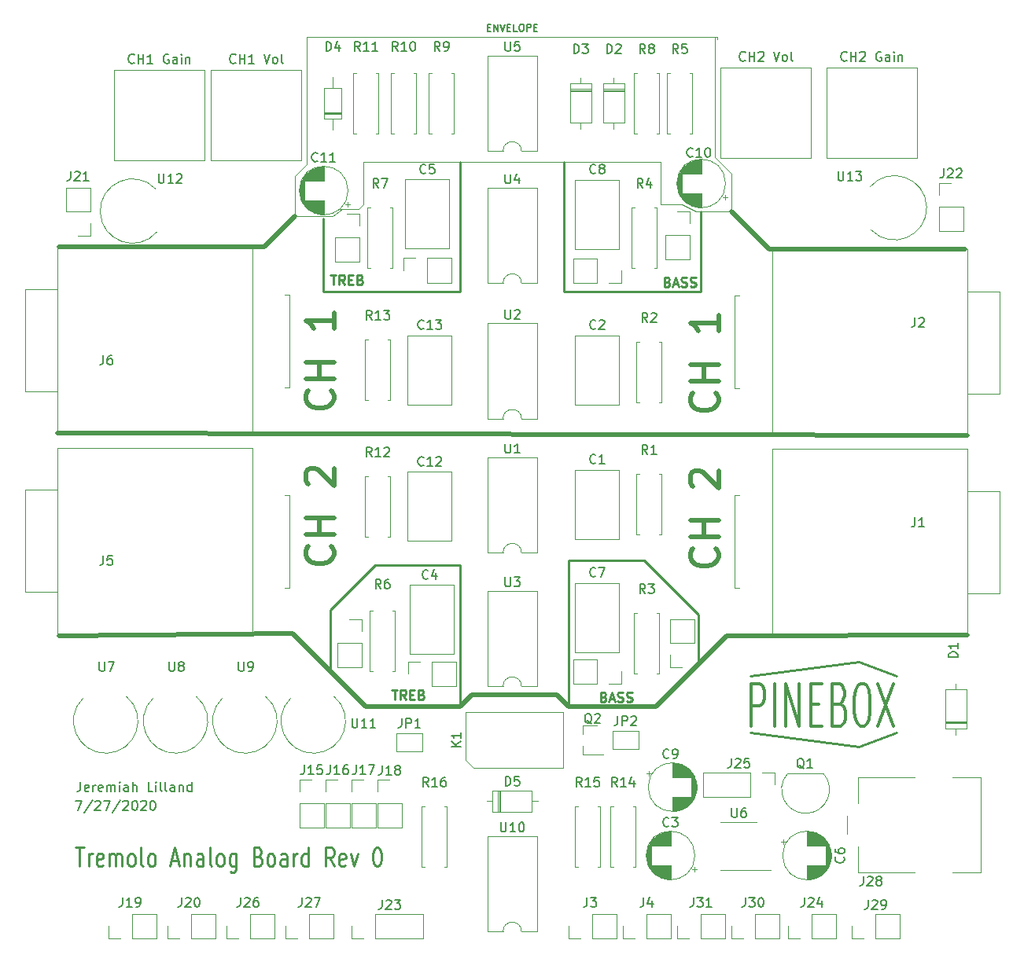
<source format=gbr>
G04 #@! TF.GenerationSoftware,KiCad,Pcbnew,(5.1.5)-3*
G04 #@! TF.CreationDate,2020-07-30T23:32:09-07:00*
G04 #@! TF.ProjectId,AnalogBoard_Rev0,416e616c-6f67-4426-9f61-72645f526576,rev?*
G04 #@! TF.SameCoordinates,Original*
G04 #@! TF.FileFunction,Legend,Top*
G04 #@! TF.FilePolarity,Positive*
%FSLAX46Y46*%
G04 Gerber Fmt 4.6, Leading zero omitted, Abs format (unit mm)*
G04 Created by KiCad (PCBNEW (5.1.5)-3) date 2020-07-30 23:32:09*
%MOMM*%
%LPD*%
G04 APERTURE LIST*
%ADD10C,0.508000*%
%ADD11C,0.254000*%
%ADD12C,0.190500*%
%ADD13C,0.120000*%
%ADD14C,0.203200*%
%ADD15C,0.228600*%
%ADD16C,0.355600*%
%ADD17C,0.150000*%
G04 APERTURE END LIST*
D10*
X106172000Y-123952000D02*
X115570000Y-123952000D01*
X95758000Y-122682000D02*
X104902000Y-122682000D01*
X104902000Y-122682000D02*
X106172000Y-123952000D01*
X94488000Y-123952000D02*
X95758000Y-122682000D01*
X127762000Y-74676000D02*
X148844000Y-74676000D01*
X51308000Y-74422000D02*
X73406000Y-74422000D01*
X73406000Y-74422000D02*
X76708000Y-71120000D01*
X123698000Y-70612000D02*
X127762000Y-74676000D01*
X51308000Y-116332000D02*
X76454000Y-116078000D01*
X76454000Y-116078000D02*
X84328000Y-123952000D01*
X123190000Y-116332000D02*
X149034000Y-116244000D01*
D11*
X105664000Y-79248000D02*
X105664000Y-65278000D01*
X94488000Y-79248000D02*
X94488000Y-65278000D01*
X106172000Y-108204000D02*
X106172000Y-123952000D01*
X114300000Y-108204000D02*
X106172000Y-108204000D01*
X120142000Y-114046000D02*
X114300000Y-108204000D01*
X120142000Y-119380000D02*
X120142000Y-114046000D01*
D10*
X115570000Y-123952000D02*
X123190000Y-116332000D01*
D11*
X109921523Y-122863428D02*
X110066666Y-122911809D01*
X110115047Y-122960190D01*
X110163428Y-123056952D01*
X110163428Y-123202095D01*
X110115047Y-123298857D01*
X110066666Y-123347238D01*
X109969904Y-123395619D01*
X109582857Y-123395619D01*
X109582857Y-122379619D01*
X109921523Y-122379619D01*
X110018285Y-122428000D01*
X110066666Y-122476380D01*
X110115047Y-122573142D01*
X110115047Y-122669904D01*
X110066666Y-122766666D01*
X110018285Y-122815047D01*
X109921523Y-122863428D01*
X109582857Y-122863428D01*
X110550476Y-123105333D02*
X111034285Y-123105333D01*
X110453714Y-123395619D02*
X110792380Y-122379619D01*
X111131047Y-123395619D01*
X111421333Y-123347238D02*
X111566476Y-123395619D01*
X111808380Y-123395619D01*
X111905142Y-123347238D01*
X111953523Y-123298857D01*
X112001904Y-123202095D01*
X112001904Y-123105333D01*
X111953523Y-123008571D01*
X111905142Y-122960190D01*
X111808380Y-122911809D01*
X111614857Y-122863428D01*
X111518095Y-122815047D01*
X111469714Y-122766666D01*
X111421333Y-122669904D01*
X111421333Y-122573142D01*
X111469714Y-122476380D01*
X111518095Y-122428000D01*
X111614857Y-122379619D01*
X111856761Y-122379619D01*
X112001904Y-122428000D01*
X112388952Y-123347238D02*
X112534095Y-123395619D01*
X112776000Y-123395619D01*
X112872761Y-123347238D01*
X112921142Y-123298857D01*
X112969523Y-123202095D01*
X112969523Y-123105333D01*
X112921142Y-123008571D01*
X112872761Y-122960190D01*
X112776000Y-122911809D01*
X112582476Y-122863428D01*
X112485714Y-122815047D01*
X112437333Y-122766666D01*
X112388952Y-122669904D01*
X112388952Y-122573142D01*
X112437333Y-122476380D01*
X112485714Y-122428000D01*
X112582476Y-122379619D01*
X112824380Y-122379619D01*
X112969523Y-122428000D01*
D10*
X84328000Y-123952000D02*
X94488000Y-123952000D01*
D11*
X80518000Y-113538000D02*
X80518000Y-120142000D01*
X85344000Y-108712000D02*
X80518000Y-113538000D01*
X94488000Y-108712000D02*
X85344000Y-108712000D01*
X94488000Y-123952000D02*
X94488000Y-108712000D01*
X87134095Y-122125619D02*
X87714666Y-122125619D01*
X87424380Y-123141619D02*
X87424380Y-122125619D01*
X88633904Y-123141619D02*
X88295238Y-122657809D01*
X88053333Y-123141619D02*
X88053333Y-122125619D01*
X88440380Y-122125619D01*
X88537142Y-122174000D01*
X88585523Y-122222380D01*
X88633904Y-122319142D01*
X88633904Y-122464285D01*
X88585523Y-122561047D01*
X88537142Y-122609428D01*
X88440380Y-122657809D01*
X88053333Y-122657809D01*
X89069333Y-122609428D02*
X89408000Y-122609428D01*
X89553142Y-123141619D02*
X89069333Y-123141619D01*
X89069333Y-122125619D01*
X89553142Y-122125619D01*
X90327238Y-122609428D02*
X90472380Y-122657809D01*
X90520761Y-122706190D01*
X90569142Y-122802952D01*
X90569142Y-122948095D01*
X90520761Y-123044857D01*
X90472380Y-123093238D01*
X90375619Y-123141619D01*
X89988571Y-123141619D01*
X89988571Y-122125619D01*
X90327238Y-122125619D01*
X90424000Y-122174000D01*
X90472380Y-122222380D01*
X90520761Y-122319142D01*
X90520761Y-122415904D01*
X90472380Y-122512666D01*
X90424000Y-122561047D01*
X90327238Y-122609428D01*
X89988571Y-122609428D01*
D12*
X97409000Y-50745571D02*
X97663000Y-50745571D01*
X97771857Y-51144714D02*
X97409000Y-51144714D01*
X97409000Y-50382714D01*
X97771857Y-50382714D01*
X98098428Y-51144714D02*
X98098428Y-50382714D01*
X98533857Y-51144714D01*
X98533857Y-50382714D01*
X98787857Y-50382714D02*
X99041857Y-51144714D01*
X99295857Y-50382714D01*
X99549857Y-50745571D02*
X99803857Y-50745571D01*
X99912714Y-51144714D02*
X99549857Y-51144714D01*
X99549857Y-50382714D01*
X99912714Y-50382714D01*
X100602142Y-51144714D02*
X100239285Y-51144714D01*
X100239285Y-50382714D01*
X101001285Y-50382714D02*
X101146428Y-50382714D01*
X101219000Y-50419000D01*
X101291571Y-50491571D01*
X101327857Y-50636714D01*
X101327857Y-50890714D01*
X101291571Y-51035857D01*
X101219000Y-51108428D01*
X101146428Y-51144714D01*
X101001285Y-51144714D01*
X100928714Y-51108428D01*
X100856142Y-51035857D01*
X100819857Y-50890714D01*
X100819857Y-50636714D01*
X100856142Y-50491571D01*
X100928714Y-50419000D01*
X101001285Y-50382714D01*
X101654428Y-51144714D02*
X101654428Y-50382714D01*
X101944714Y-50382714D01*
X102017285Y-50419000D01*
X102053571Y-50455285D01*
X102089857Y-50527857D01*
X102089857Y-50636714D01*
X102053571Y-50709285D01*
X102017285Y-50745571D01*
X101944714Y-50781857D01*
X101654428Y-50781857D01*
X102416428Y-50745571D02*
X102670428Y-50745571D01*
X102779285Y-51144714D02*
X102416428Y-51144714D01*
X102416428Y-50382714D01*
X102779285Y-50382714D01*
D13*
X122174000Y-51816000D02*
X77978000Y-51816000D01*
X122174000Y-52070000D02*
X122174000Y-51816000D01*
X121920000Y-64770000D02*
X121920000Y-51816000D01*
X123698000Y-66548000D02*
X121920000Y-64770000D01*
X123698000Y-70612000D02*
X123698000Y-66548000D01*
X122936000Y-70612000D02*
X123698000Y-70612000D01*
X119888000Y-70612000D02*
X122936000Y-70612000D01*
X118364000Y-69850000D02*
X119888000Y-70612000D01*
X116078000Y-69850000D02*
X118364000Y-69850000D01*
X116078000Y-65278000D02*
X116078000Y-69850000D01*
X84074000Y-65278000D02*
X116078000Y-65278000D01*
X84074000Y-67310000D02*
X84074000Y-65278000D01*
X84074000Y-69850000D02*
X84074000Y-67310000D01*
X83566000Y-70358000D02*
X84074000Y-69850000D01*
X81534000Y-70358000D02*
X83566000Y-70358000D01*
X80772000Y-71120000D02*
X81788000Y-70358000D01*
X76708000Y-71120000D02*
X80772000Y-71120000D01*
X76708000Y-66802000D02*
X76708000Y-71120000D01*
X77978000Y-65532000D02*
X76708000Y-66802000D01*
X77978000Y-51816000D02*
X77978000Y-65532000D01*
D11*
X79756000Y-79248000D02*
X79756000Y-71374000D01*
X80530095Y-77421619D02*
X81110666Y-77421619D01*
X80820380Y-78437619D02*
X80820380Y-77421619D01*
X82029904Y-78437619D02*
X81691238Y-77953809D01*
X81449333Y-78437619D02*
X81449333Y-77421619D01*
X81836380Y-77421619D01*
X81933142Y-77470000D01*
X81981523Y-77518380D01*
X82029904Y-77615142D01*
X82029904Y-77760285D01*
X81981523Y-77857047D01*
X81933142Y-77905428D01*
X81836380Y-77953809D01*
X81449333Y-77953809D01*
X82465333Y-77905428D02*
X82804000Y-77905428D01*
X82949142Y-78437619D02*
X82465333Y-78437619D01*
X82465333Y-77421619D01*
X82949142Y-77421619D01*
X83723238Y-77905428D02*
X83868380Y-77953809D01*
X83916761Y-78002190D01*
X83965142Y-78098952D01*
X83965142Y-78244095D01*
X83916761Y-78340857D01*
X83868380Y-78389238D01*
X83771619Y-78437619D01*
X83384571Y-78437619D01*
X83384571Y-77421619D01*
X83723238Y-77421619D01*
X83820000Y-77470000D01*
X83868380Y-77518380D01*
X83916761Y-77615142D01*
X83916761Y-77711904D01*
X83868380Y-77808666D01*
X83820000Y-77857047D01*
X83723238Y-77905428D01*
X83384571Y-77905428D01*
X79756000Y-79248000D02*
X94488000Y-79248000D01*
X120396000Y-79248000D02*
X120396000Y-70612000D01*
X105664000Y-79248000D02*
X120396000Y-79248000D01*
X116779523Y-78159428D02*
X116924666Y-78207809D01*
X116973047Y-78256190D01*
X117021428Y-78352952D01*
X117021428Y-78498095D01*
X116973047Y-78594857D01*
X116924666Y-78643238D01*
X116827904Y-78691619D01*
X116440857Y-78691619D01*
X116440857Y-77675619D01*
X116779523Y-77675619D01*
X116876285Y-77724000D01*
X116924666Y-77772380D01*
X116973047Y-77869142D01*
X116973047Y-77965904D01*
X116924666Y-78062666D01*
X116876285Y-78111047D01*
X116779523Y-78159428D01*
X116440857Y-78159428D01*
X117408476Y-78401333D02*
X117892285Y-78401333D01*
X117311714Y-78691619D02*
X117650380Y-77675619D01*
X117989047Y-78691619D01*
X118279333Y-78643238D02*
X118424476Y-78691619D01*
X118666380Y-78691619D01*
X118763142Y-78643238D01*
X118811523Y-78594857D01*
X118859904Y-78498095D01*
X118859904Y-78401333D01*
X118811523Y-78304571D01*
X118763142Y-78256190D01*
X118666380Y-78207809D01*
X118472857Y-78159428D01*
X118376095Y-78111047D01*
X118327714Y-78062666D01*
X118279333Y-77965904D01*
X118279333Y-77869142D01*
X118327714Y-77772380D01*
X118376095Y-77724000D01*
X118472857Y-77675619D01*
X118714761Y-77675619D01*
X118859904Y-77724000D01*
X119246952Y-78643238D02*
X119392095Y-78691619D01*
X119634000Y-78691619D01*
X119730761Y-78643238D01*
X119779142Y-78594857D01*
X119827523Y-78498095D01*
X119827523Y-78401333D01*
X119779142Y-78304571D01*
X119730761Y-78256190D01*
X119634000Y-78207809D01*
X119440476Y-78159428D01*
X119343714Y-78111047D01*
X119295333Y-78062666D01*
X119246952Y-77965904D01*
X119246952Y-77869142D01*
X119295333Y-77772380D01*
X119343714Y-77724000D01*
X119440476Y-77675619D01*
X119682380Y-77675619D01*
X119827523Y-77724000D01*
D10*
X121992571Y-106897714D02*
X122137714Y-107042857D01*
X122282857Y-107478285D01*
X122282857Y-107768571D01*
X122137714Y-108204000D01*
X121847428Y-108494285D01*
X121557142Y-108639428D01*
X120976571Y-108784571D01*
X120541142Y-108784571D01*
X119960571Y-108639428D01*
X119670285Y-108494285D01*
X119380000Y-108204000D01*
X119234857Y-107768571D01*
X119234857Y-107478285D01*
X119380000Y-107042857D01*
X119525142Y-106897714D01*
X122282857Y-105591428D02*
X119234857Y-105591428D01*
X120686285Y-105591428D02*
X120686285Y-103849714D01*
X122282857Y-103849714D02*
X119234857Y-103849714D01*
X119525142Y-100221142D02*
X119380000Y-100076000D01*
X119234857Y-99785714D01*
X119234857Y-99060000D01*
X119380000Y-98769714D01*
X119525142Y-98624571D01*
X119815428Y-98479428D01*
X120105714Y-98479428D01*
X120541142Y-98624571D01*
X122282857Y-100366285D01*
X122282857Y-98479428D01*
X80590571Y-106643714D02*
X80735714Y-106788857D01*
X80880857Y-107224285D01*
X80880857Y-107514571D01*
X80735714Y-107950000D01*
X80445428Y-108240285D01*
X80155142Y-108385428D01*
X79574571Y-108530571D01*
X79139142Y-108530571D01*
X78558571Y-108385428D01*
X78268285Y-108240285D01*
X77978000Y-107950000D01*
X77832857Y-107514571D01*
X77832857Y-107224285D01*
X77978000Y-106788857D01*
X78123142Y-106643714D01*
X80880857Y-105337428D02*
X77832857Y-105337428D01*
X79284285Y-105337428D02*
X79284285Y-103595714D01*
X80880857Y-103595714D02*
X77832857Y-103595714D01*
X78123142Y-99967142D02*
X77978000Y-99822000D01*
X77832857Y-99531714D01*
X77832857Y-98806000D01*
X77978000Y-98515714D01*
X78123142Y-98370571D01*
X78413428Y-98225428D01*
X78703714Y-98225428D01*
X79139142Y-98370571D01*
X80880857Y-100112285D01*
X80880857Y-98225428D01*
X121992571Y-90133714D02*
X122137714Y-90278857D01*
X122282857Y-90714285D01*
X122282857Y-91004571D01*
X122137714Y-91440000D01*
X121847428Y-91730285D01*
X121557142Y-91875428D01*
X120976571Y-92020571D01*
X120541142Y-92020571D01*
X119960571Y-91875428D01*
X119670285Y-91730285D01*
X119380000Y-91440000D01*
X119234857Y-91004571D01*
X119234857Y-90714285D01*
X119380000Y-90278857D01*
X119525142Y-90133714D01*
X122282857Y-88827428D02*
X119234857Y-88827428D01*
X120686285Y-88827428D02*
X120686285Y-87085714D01*
X122282857Y-87085714D02*
X119234857Y-87085714D01*
X122282857Y-81715428D02*
X122282857Y-83457142D01*
X122282857Y-82586285D02*
X119234857Y-82586285D01*
X119670285Y-82876571D01*
X119960571Y-83166857D01*
X120105714Y-83457142D01*
X80590571Y-89879714D02*
X80735714Y-90024857D01*
X80880857Y-90460285D01*
X80880857Y-90750571D01*
X80735714Y-91186000D01*
X80445428Y-91476285D01*
X80155142Y-91621428D01*
X79574571Y-91766571D01*
X79139142Y-91766571D01*
X78558571Y-91621428D01*
X78268285Y-91476285D01*
X77978000Y-91186000D01*
X77832857Y-90750571D01*
X77832857Y-90460285D01*
X77978000Y-90024857D01*
X78123142Y-89879714D01*
X80880857Y-88573428D02*
X77832857Y-88573428D01*
X79284285Y-88573428D02*
X79284285Y-86831714D01*
X80880857Y-86831714D02*
X77832857Y-86831714D01*
X80880857Y-81461428D02*
X80880857Y-83203142D01*
X80880857Y-82332285D02*
X77832857Y-82332285D01*
X78268285Y-82622571D01*
X78558571Y-82912857D01*
X78703714Y-83203142D01*
X51118000Y-94488000D02*
X149098000Y-94742000D01*
D14*
X53098095Y-134063619D02*
X53775428Y-134063619D01*
X53340000Y-135079619D01*
X54888190Y-134015238D02*
X54017333Y-135321523D01*
X55178476Y-134160380D02*
X55226857Y-134112000D01*
X55323619Y-134063619D01*
X55565523Y-134063619D01*
X55662285Y-134112000D01*
X55710666Y-134160380D01*
X55759047Y-134257142D01*
X55759047Y-134353904D01*
X55710666Y-134499047D01*
X55130095Y-135079619D01*
X55759047Y-135079619D01*
X56097714Y-134063619D02*
X56775047Y-134063619D01*
X56339619Y-135079619D01*
X57887809Y-134015238D02*
X57016952Y-135321523D01*
X58178095Y-134160380D02*
X58226476Y-134112000D01*
X58323238Y-134063619D01*
X58565142Y-134063619D01*
X58661904Y-134112000D01*
X58710285Y-134160380D01*
X58758666Y-134257142D01*
X58758666Y-134353904D01*
X58710285Y-134499047D01*
X58129714Y-135079619D01*
X58758666Y-135079619D01*
X59387619Y-134063619D02*
X59484380Y-134063619D01*
X59581142Y-134112000D01*
X59629523Y-134160380D01*
X59677904Y-134257142D01*
X59726285Y-134450666D01*
X59726285Y-134692571D01*
X59677904Y-134886095D01*
X59629523Y-134982857D01*
X59581142Y-135031238D01*
X59484380Y-135079619D01*
X59387619Y-135079619D01*
X59290857Y-135031238D01*
X59242476Y-134982857D01*
X59194095Y-134886095D01*
X59145714Y-134692571D01*
X59145714Y-134450666D01*
X59194095Y-134257142D01*
X59242476Y-134160380D01*
X59290857Y-134112000D01*
X59387619Y-134063619D01*
X60113333Y-134160380D02*
X60161714Y-134112000D01*
X60258476Y-134063619D01*
X60500380Y-134063619D01*
X60597142Y-134112000D01*
X60645523Y-134160380D01*
X60693904Y-134257142D01*
X60693904Y-134353904D01*
X60645523Y-134499047D01*
X60064952Y-135079619D01*
X60693904Y-135079619D01*
X61322857Y-134063619D02*
X61419619Y-134063619D01*
X61516380Y-134112000D01*
X61564761Y-134160380D01*
X61613142Y-134257142D01*
X61661523Y-134450666D01*
X61661523Y-134692571D01*
X61613142Y-134886095D01*
X61564761Y-134982857D01*
X61516380Y-135031238D01*
X61419619Y-135079619D01*
X61322857Y-135079619D01*
X61226095Y-135031238D01*
X61177714Y-134982857D01*
X61129333Y-134886095D01*
X61080952Y-134692571D01*
X61080952Y-134450666D01*
X61129333Y-134257142D01*
X61177714Y-134160380D01*
X61226095Y-134112000D01*
X61322857Y-134063619D01*
D15*
X53086000Y-139095238D02*
X53956857Y-139095238D01*
X53521428Y-141127238D02*
X53521428Y-139095238D01*
X54464857Y-141127238D02*
X54464857Y-139772571D01*
X54464857Y-140159619D02*
X54537428Y-139966095D01*
X54610000Y-139869333D01*
X54755142Y-139772571D01*
X54900285Y-139772571D01*
X55988857Y-141030476D02*
X55843714Y-141127238D01*
X55553428Y-141127238D01*
X55408285Y-141030476D01*
X55335714Y-140836952D01*
X55335714Y-140062857D01*
X55408285Y-139869333D01*
X55553428Y-139772571D01*
X55843714Y-139772571D01*
X55988857Y-139869333D01*
X56061428Y-140062857D01*
X56061428Y-140256380D01*
X55335714Y-140449904D01*
X56714571Y-141127238D02*
X56714571Y-139772571D01*
X56714571Y-139966095D02*
X56787142Y-139869333D01*
X56932285Y-139772571D01*
X57150000Y-139772571D01*
X57295142Y-139869333D01*
X57367714Y-140062857D01*
X57367714Y-141127238D01*
X57367714Y-140062857D02*
X57440285Y-139869333D01*
X57585428Y-139772571D01*
X57803142Y-139772571D01*
X57948285Y-139869333D01*
X58020857Y-140062857D01*
X58020857Y-141127238D01*
X58964285Y-141127238D02*
X58819142Y-141030476D01*
X58746571Y-140933714D01*
X58674000Y-140740190D01*
X58674000Y-140159619D01*
X58746571Y-139966095D01*
X58819142Y-139869333D01*
X58964285Y-139772571D01*
X59182000Y-139772571D01*
X59327142Y-139869333D01*
X59399714Y-139966095D01*
X59472285Y-140159619D01*
X59472285Y-140740190D01*
X59399714Y-140933714D01*
X59327142Y-141030476D01*
X59182000Y-141127238D01*
X58964285Y-141127238D01*
X60343142Y-141127238D02*
X60198000Y-141030476D01*
X60125428Y-140836952D01*
X60125428Y-139095238D01*
X61141428Y-141127238D02*
X60996285Y-141030476D01*
X60923714Y-140933714D01*
X60851142Y-140740190D01*
X60851142Y-140159619D01*
X60923714Y-139966095D01*
X60996285Y-139869333D01*
X61141428Y-139772571D01*
X61359142Y-139772571D01*
X61504285Y-139869333D01*
X61576857Y-139966095D01*
X61649428Y-140159619D01*
X61649428Y-140740190D01*
X61576857Y-140933714D01*
X61504285Y-141030476D01*
X61359142Y-141127238D01*
X61141428Y-141127238D01*
X63391142Y-140546666D02*
X64116857Y-140546666D01*
X63246000Y-141127238D02*
X63754000Y-139095238D01*
X64262000Y-141127238D01*
X64770000Y-139772571D02*
X64770000Y-141127238D01*
X64770000Y-139966095D02*
X64842571Y-139869333D01*
X64987714Y-139772571D01*
X65205428Y-139772571D01*
X65350571Y-139869333D01*
X65423142Y-140062857D01*
X65423142Y-141127238D01*
X66802000Y-141127238D02*
X66802000Y-140062857D01*
X66729428Y-139869333D01*
X66584285Y-139772571D01*
X66294000Y-139772571D01*
X66148857Y-139869333D01*
X66802000Y-141030476D02*
X66656857Y-141127238D01*
X66294000Y-141127238D01*
X66148857Y-141030476D01*
X66076285Y-140836952D01*
X66076285Y-140643428D01*
X66148857Y-140449904D01*
X66294000Y-140353142D01*
X66656857Y-140353142D01*
X66802000Y-140256380D01*
X67745428Y-141127238D02*
X67600285Y-141030476D01*
X67527714Y-140836952D01*
X67527714Y-139095238D01*
X68543714Y-141127238D02*
X68398571Y-141030476D01*
X68326000Y-140933714D01*
X68253428Y-140740190D01*
X68253428Y-140159619D01*
X68326000Y-139966095D01*
X68398571Y-139869333D01*
X68543714Y-139772571D01*
X68761428Y-139772571D01*
X68906571Y-139869333D01*
X68979142Y-139966095D01*
X69051714Y-140159619D01*
X69051714Y-140740190D01*
X68979142Y-140933714D01*
X68906571Y-141030476D01*
X68761428Y-141127238D01*
X68543714Y-141127238D01*
X70358000Y-139772571D02*
X70358000Y-141417523D01*
X70285428Y-141611047D01*
X70212857Y-141707809D01*
X70067714Y-141804571D01*
X69850000Y-141804571D01*
X69704857Y-141707809D01*
X70358000Y-141030476D02*
X70212857Y-141127238D01*
X69922571Y-141127238D01*
X69777428Y-141030476D01*
X69704857Y-140933714D01*
X69632285Y-140740190D01*
X69632285Y-140159619D01*
X69704857Y-139966095D01*
X69777428Y-139869333D01*
X69922571Y-139772571D01*
X70212857Y-139772571D01*
X70358000Y-139869333D01*
X72752857Y-140062857D02*
X72970571Y-140159619D01*
X73043142Y-140256380D01*
X73115714Y-140449904D01*
X73115714Y-140740190D01*
X73043142Y-140933714D01*
X72970571Y-141030476D01*
X72825428Y-141127238D01*
X72244857Y-141127238D01*
X72244857Y-139095238D01*
X72752857Y-139095238D01*
X72898000Y-139192000D01*
X72970571Y-139288761D01*
X73043142Y-139482285D01*
X73043142Y-139675809D01*
X72970571Y-139869333D01*
X72898000Y-139966095D01*
X72752857Y-140062857D01*
X72244857Y-140062857D01*
X73986571Y-141127238D02*
X73841428Y-141030476D01*
X73768857Y-140933714D01*
X73696285Y-140740190D01*
X73696285Y-140159619D01*
X73768857Y-139966095D01*
X73841428Y-139869333D01*
X73986571Y-139772571D01*
X74204285Y-139772571D01*
X74349428Y-139869333D01*
X74422000Y-139966095D01*
X74494571Y-140159619D01*
X74494571Y-140740190D01*
X74422000Y-140933714D01*
X74349428Y-141030476D01*
X74204285Y-141127238D01*
X73986571Y-141127238D01*
X75800857Y-141127238D02*
X75800857Y-140062857D01*
X75728285Y-139869333D01*
X75583142Y-139772571D01*
X75292857Y-139772571D01*
X75147714Y-139869333D01*
X75800857Y-141030476D02*
X75655714Y-141127238D01*
X75292857Y-141127238D01*
X75147714Y-141030476D01*
X75075142Y-140836952D01*
X75075142Y-140643428D01*
X75147714Y-140449904D01*
X75292857Y-140353142D01*
X75655714Y-140353142D01*
X75800857Y-140256380D01*
X76526571Y-141127238D02*
X76526571Y-139772571D01*
X76526571Y-140159619D02*
X76599142Y-139966095D01*
X76671714Y-139869333D01*
X76816857Y-139772571D01*
X76962000Y-139772571D01*
X78123142Y-141127238D02*
X78123142Y-139095238D01*
X78123142Y-141030476D02*
X77978000Y-141127238D01*
X77687714Y-141127238D01*
X77542571Y-141030476D01*
X77470000Y-140933714D01*
X77397428Y-140740190D01*
X77397428Y-140159619D01*
X77470000Y-139966095D01*
X77542571Y-139869333D01*
X77687714Y-139772571D01*
X77978000Y-139772571D01*
X78123142Y-139869333D01*
X80880857Y-141127238D02*
X80372857Y-140159619D01*
X80010000Y-141127238D02*
X80010000Y-139095238D01*
X80590571Y-139095238D01*
X80735714Y-139192000D01*
X80808285Y-139288761D01*
X80880857Y-139482285D01*
X80880857Y-139772571D01*
X80808285Y-139966095D01*
X80735714Y-140062857D01*
X80590571Y-140159619D01*
X80010000Y-140159619D01*
X82114571Y-141030476D02*
X81969428Y-141127238D01*
X81679142Y-141127238D01*
X81534000Y-141030476D01*
X81461428Y-140836952D01*
X81461428Y-140062857D01*
X81534000Y-139869333D01*
X81679142Y-139772571D01*
X81969428Y-139772571D01*
X82114571Y-139869333D01*
X82187142Y-140062857D01*
X82187142Y-140256380D01*
X81461428Y-140449904D01*
X82695142Y-139772571D02*
X83058000Y-141127238D01*
X83420857Y-139772571D01*
X85452857Y-139095238D02*
X85598000Y-139095238D01*
X85743142Y-139192000D01*
X85815714Y-139288761D01*
X85888285Y-139482285D01*
X85960857Y-139869333D01*
X85960857Y-140353142D01*
X85888285Y-140740190D01*
X85815714Y-140933714D01*
X85743142Y-141030476D01*
X85598000Y-141127238D01*
X85452857Y-141127238D01*
X85307714Y-141030476D01*
X85235142Y-140933714D01*
X85162571Y-140740190D01*
X85090000Y-140353142D01*
X85090000Y-139869333D01*
X85162571Y-139482285D01*
X85235142Y-139288761D01*
X85307714Y-139192000D01*
X85452857Y-139095238D01*
D11*
X141478000Y-120650000D02*
X137414000Y-119126000D01*
X137414000Y-128270000D02*
X125730000Y-126746000D01*
X137414000Y-128270000D02*
X141478000Y-126746000D01*
X125730000Y-120650000D02*
X137414000Y-119126000D01*
D14*
X53606095Y-132031619D02*
X53606095Y-132757333D01*
X53557714Y-132902476D01*
X53460952Y-132999238D01*
X53315809Y-133047619D01*
X53219047Y-133047619D01*
X54476952Y-132999238D02*
X54380190Y-133047619D01*
X54186666Y-133047619D01*
X54089904Y-132999238D01*
X54041523Y-132902476D01*
X54041523Y-132515428D01*
X54089904Y-132418666D01*
X54186666Y-132370285D01*
X54380190Y-132370285D01*
X54476952Y-132418666D01*
X54525333Y-132515428D01*
X54525333Y-132612190D01*
X54041523Y-132708952D01*
X54960761Y-133047619D02*
X54960761Y-132370285D01*
X54960761Y-132563809D02*
X55009142Y-132467047D01*
X55057523Y-132418666D01*
X55154285Y-132370285D01*
X55251047Y-132370285D01*
X55976761Y-132999238D02*
X55880000Y-133047619D01*
X55686476Y-133047619D01*
X55589714Y-132999238D01*
X55541333Y-132902476D01*
X55541333Y-132515428D01*
X55589714Y-132418666D01*
X55686476Y-132370285D01*
X55880000Y-132370285D01*
X55976761Y-132418666D01*
X56025142Y-132515428D01*
X56025142Y-132612190D01*
X55541333Y-132708952D01*
X56460571Y-133047619D02*
X56460571Y-132370285D01*
X56460571Y-132467047D02*
X56508952Y-132418666D01*
X56605714Y-132370285D01*
X56750857Y-132370285D01*
X56847619Y-132418666D01*
X56896000Y-132515428D01*
X56896000Y-133047619D01*
X56896000Y-132515428D02*
X56944380Y-132418666D01*
X57041142Y-132370285D01*
X57186285Y-132370285D01*
X57283047Y-132418666D01*
X57331428Y-132515428D01*
X57331428Y-133047619D01*
X57815238Y-133047619D02*
X57815238Y-132370285D01*
X57815238Y-132031619D02*
X57766857Y-132080000D01*
X57815238Y-132128380D01*
X57863619Y-132080000D01*
X57815238Y-132031619D01*
X57815238Y-132128380D01*
X58734476Y-133047619D02*
X58734476Y-132515428D01*
X58686095Y-132418666D01*
X58589333Y-132370285D01*
X58395809Y-132370285D01*
X58299047Y-132418666D01*
X58734476Y-132999238D02*
X58637714Y-133047619D01*
X58395809Y-133047619D01*
X58299047Y-132999238D01*
X58250666Y-132902476D01*
X58250666Y-132805714D01*
X58299047Y-132708952D01*
X58395809Y-132660571D01*
X58637714Y-132660571D01*
X58734476Y-132612190D01*
X59218285Y-133047619D02*
X59218285Y-132031619D01*
X59653714Y-133047619D02*
X59653714Y-132515428D01*
X59605333Y-132418666D01*
X59508571Y-132370285D01*
X59363428Y-132370285D01*
X59266666Y-132418666D01*
X59218285Y-132467047D01*
X61395428Y-133047619D02*
X60911619Y-133047619D01*
X60911619Y-132031619D01*
X61734095Y-133047619D02*
X61734095Y-132370285D01*
X61734095Y-132031619D02*
X61685714Y-132080000D01*
X61734095Y-132128380D01*
X61782476Y-132080000D01*
X61734095Y-132031619D01*
X61734095Y-132128380D01*
X62363047Y-133047619D02*
X62266285Y-132999238D01*
X62217904Y-132902476D01*
X62217904Y-132031619D01*
X62895238Y-133047619D02*
X62798476Y-132999238D01*
X62750095Y-132902476D01*
X62750095Y-132031619D01*
X63717714Y-133047619D02*
X63717714Y-132515428D01*
X63669333Y-132418666D01*
X63572571Y-132370285D01*
X63379047Y-132370285D01*
X63282285Y-132418666D01*
X63717714Y-132999238D02*
X63620952Y-133047619D01*
X63379047Y-133047619D01*
X63282285Y-132999238D01*
X63233904Y-132902476D01*
X63233904Y-132805714D01*
X63282285Y-132708952D01*
X63379047Y-132660571D01*
X63620952Y-132660571D01*
X63717714Y-132612190D01*
X64201523Y-132370285D02*
X64201523Y-133047619D01*
X64201523Y-132467047D02*
X64249904Y-132418666D01*
X64346666Y-132370285D01*
X64491809Y-132370285D01*
X64588571Y-132418666D01*
X64636952Y-132515428D01*
X64636952Y-133047619D01*
X65556190Y-133047619D02*
X65556190Y-132031619D01*
X65556190Y-132999238D02*
X65459428Y-133047619D01*
X65265904Y-133047619D01*
X65169142Y-132999238D01*
X65120761Y-132950857D01*
X65072380Y-132854095D01*
X65072380Y-132563809D01*
X65120761Y-132467047D01*
X65169142Y-132418666D01*
X65265904Y-132370285D01*
X65459428Y-132370285D01*
X65556190Y-132418666D01*
D16*
X125790476Y-126020285D02*
X125790476Y-121448285D01*
X126758095Y-121448285D01*
X127000000Y-121666000D01*
X127120952Y-121883714D01*
X127241904Y-122319142D01*
X127241904Y-122972285D01*
X127120952Y-123407714D01*
X127000000Y-123625428D01*
X126758095Y-123843142D01*
X125790476Y-123843142D01*
X128330476Y-126020285D02*
X128330476Y-121448285D01*
X129540000Y-126020285D02*
X129540000Y-121448285D01*
X130991428Y-126020285D01*
X130991428Y-121448285D01*
X132200952Y-123625428D02*
X133047619Y-123625428D01*
X133410476Y-126020285D02*
X132200952Y-126020285D01*
X132200952Y-121448285D01*
X133410476Y-121448285D01*
X135345714Y-123625428D02*
X135708571Y-123843142D01*
X135829523Y-124060857D01*
X135950476Y-124496285D01*
X135950476Y-125149428D01*
X135829523Y-125584857D01*
X135708571Y-125802571D01*
X135466666Y-126020285D01*
X134499047Y-126020285D01*
X134499047Y-121448285D01*
X135345714Y-121448285D01*
X135587619Y-121666000D01*
X135708571Y-121883714D01*
X135829523Y-122319142D01*
X135829523Y-122754571D01*
X135708571Y-123190000D01*
X135587619Y-123407714D01*
X135345714Y-123625428D01*
X134499047Y-123625428D01*
X137522857Y-121448285D02*
X138006666Y-121448285D01*
X138248571Y-121666000D01*
X138490476Y-122101428D01*
X138611428Y-122972285D01*
X138611428Y-124496285D01*
X138490476Y-125367142D01*
X138248571Y-125802571D01*
X138006666Y-126020285D01*
X137522857Y-126020285D01*
X137280952Y-125802571D01*
X137039047Y-125367142D01*
X136918095Y-124496285D01*
X136918095Y-122972285D01*
X137039047Y-122101428D01*
X137280952Y-121666000D01*
X137522857Y-121448285D01*
X139458095Y-121448285D02*
X141151428Y-126020285D01*
X141151428Y-121448285D02*
X139458095Y-126020285D01*
D13*
X128330000Y-131004000D02*
X128330000Y-132334000D01*
X127000000Y-131004000D02*
X128330000Y-131004000D01*
X125730000Y-131004000D02*
X125730000Y-133664000D01*
X125730000Y-133664000D02*
X120590000Y-133664000D01*
X125730000Y-131004000D02*
X120590000Y-131004000D01*
X120590000Y-131004000D02*
X120590000Y-133664000D01*
X82744000Y-148904000D02*
X82744000Y-147574000D01*
X84074000Y-148904000D02*
X82744000Y-148904000D01*
X85344000Y-148904000D02*
X85344000Y-146244000D01*
X85344000Y-146244000D02*
X90484000Y-146244000D01*
X85344000Y-148904000D02*
X90484000Y-148904000D01*
X90484000Y-148904000D02*
X90484000Y-146244000D01*
X141792000Y-148904000D02*
X141792000Y-146244000D01*
X139192000Y-148904000D02*
X141792000Y-148904000D01*
X139192000Y-146244000D02*
X141792000Y-146244000D01*
X139192000Y-148904000D02*
X139192000Y-146244000D01*
X137922000Y-148904000D02*
X136592000Y-148904000D01*
X136592000Y-148904000D02*
X136592000Y-147574000D01*
X119664775Y-141679000D02*
X119664775Y-141179000D01*
X119914775Y-141429000D02*
X119414775Y-141429000D01*
X114509000Y-140238000D02*
X114509000Y-139670000D01*
X114549000Y-140472000D02*
X114549000Y-139436000D01*
X114589000Y-140631000D02*
X114589000Y-139277000D01*
X114629000Y-140759000D02*
X114629000Y-139149000D01*
X114669000Y-140869000D02*
X114669000Y-139039000D01*
X114709000Y-140965000D02*
X114709000Y-138943000D01*
X114749000Y-141052000D02*
X114749000Y-138856000D01*
X114789000Y-141132000D02*
X114789000Y-138776000D01*
X114829000Y-141205000D02*
X114829000Y-138703000D01*
X114869000Y-141273000D02*
X114869000Y-138635000D01*
X114909000Y-141337000D02*
X114909000Y-138571000D01*
X114949000Y-141397000D02*
X114949000Y-138511000D01*
X114989000Y-141454000D02*
X114989000Y-138454000D01*
X115029000Y-141508000D02*
X115029000Y-138400000D01*
X115069000Y-141559000D02*
X115069000Y-138349000D01*
X115109000Y-138914000D02*
X115109000Y-138301000D01*
X115109000Y-141607000D02*
X115109000Y-140994000D01*
X115149000Y-138914000D02*
X115149000Y-138255000D01*
X115149000Y-141653000D02*
X115149000Y-140994000D01*
X115189000Y-138914000D02*
X115189000Y-138211000D01*
X115189000Y-141697000D02*
X115189000Y-140994000D01*
X115229000Y-138914000D02*
X115229000Y-138169000D01*
X115229000Y-141739000D02*
X115229000Y-140994000D01*
X115269000Y-138914000D02*
X115269000Y-138128000D01*
X115269000Y-141780000D02*
X115269000Y-140994000D01*
X115309000Y-138914000D02*
X115309000Y-138090000D01*
X115309000Y-141818000D02*
X115309000Y-140994000D01*
X115349000Y-138914000D02*
X115349000Y-138053000D01*
X115349000Y-141855000D02*
X115349000Y-140994000D01*
X115389000Y-138914000D02*
X115389000Y-138017000D01*
X115389000Y-141891000D02*
X115389000Y-140994000D01*
X115429000Y-138914000D02*
X115429000Y-137983000D01*
X115429000Y-141925000D02*
X115429000Y-140994000D01*
X115469000Y-138914000D02*
X115469000Y-137950000D01*
X115469000Y-141958000D02*
X115469000Y-140994000D01*
X115509000Y-138914000D02*
X115509000Y-137919000D01*
X115509000Y-141989000D02*
X115509000Y-140994000D01*
X115549000Y-138914000D02*
X115549000Y-137889000D01*
X115549000Y-142019000D02*
X115549000Y-140994000D01*
X115589000Y-138914000D02*
X115589000Y-137859000D01*
X115589000Y-142049000D02*
X115589000Y-140994000D01*
X115629000Y-138914000D02*
X115629000Y-137832000D01*
X115629000Y-142076000D02*
X115629000Y-140994000D01*
X115669000Y-138914000D02*
X115669000Y-137805000D01*
X115669000Y-142103000D02*
X115669000Y-140994000D01*
X115709000Y-138914000D02*
X115709000Y-137779000D01*
X115709000Y-142129000D02*
X115709000Y-140994000D01*
X115749000Y-138914000D02*
X115749000Y-137754000D01*
X115749000Y-142154000D02*
X115749000Y-140994000D01*
X115789000Y-138914000D02*
X115789000Y-137730000D01*
X115789000Y-142178000D02*
X115789000Y-140994000D01*
X115829000Y-138914000D02*
X115829000Y-137707000D01*
X115829000Y-142201000D02*
X115829000Y-140994000D01*
X115869000Y-138914000D02*
X115869000Y-137686000D01*
X115869000Y-142222000D02*
X115869000Y-140994000D01*
X115909000Y-138914000D02*
X115909000Y-137664000D01*
X115909000Y-142244000D02*
X115909000Y-140994000D01*
X115949000Y-138914000D02*
X115949000Y-137644000D01*
X115949000Y-142264000D02*
X115949000Y-140994000D01*
X115989000Y-138914000D02*
X115989000Y-137625000D01*
X115989000Y-142283000D02*
X115989000Y-140994000D01*
X116029000Y-138914000D02*
X116029000Y-137606000D01*
X116029000Y-142302000D02*
X116029000Y-140994000D01*
X116069000Y-138914000D02*
X116069000Y-137589000D01*
X116069000Y-142319000D02*
X116069000Y-140994000D01*
X116109000Y-138914000D02*
X116109000Y-137572000D01*
X116109000Y-142336000D02*
X116109000Y-140994000D01*
X116149000Y-138914000D02*
X116149000Y-137556000D01*
X116149000Y-142352000D02*
X116149000Y-140994000D01*
X116189000Y-138914000D02*
X116189000Y-137540000D01*
X116189000Y-142368000D02*
X116189000Y-140994000D01*
X116229000Y-138914000D02*
X116229000Y-137526000D01*
X116229000Y-142382000D02*
X116229000Y-140994000D01*
X116269000Y-138914000D02*
X116269000Y-137512000D01*
X116269000Y-142396000D02*
X116269000Y-140994000D01*
X116309000Y-138914000D02*
X116309000Y-137499000D01*
X116309000Y-142409000D02*
X116309000Y-140994000D01*
X116349000Y-138914000D02*
X116349000Y-137486000D01*
X116349000Y-142422000D02*
X116349000Y-140994000D01*
X116389000Y-138914000D02*
X116389000Y-137474000D01*
X116389000Y-142434000D02*
X116389000Y-140994000D01*
X116430000Y-138914000D02*
X116430000Y-137463000D01*
X116430000Y-142445000D02*
X116430000Y-140994000D01*
X116470000Y-138914000D02*
X116470000Y-137453000D01*
X116470000Y-142455000D02*
X116470000Y-140994000D01*
X116510000Y-138914000D02*
X116510000Y-137443000D01*
X116510000Y-142465000D02*
X116510000Y-140994000D01*
X116550000Y-138914000D02*
X116550000Y-137434000D01*
X116550000Y-142474000D02*
X116550000Y-140994000D01*
X116590000Y-138914000D02*
X116590000Y-137426000D01*
X116590000Y-142482000D02*
X116590000Y-140994000D01*
X116630000Y-138914000D02*
X116630000Y-137418000D01*
X116630000Y-142490000D02*
X116630000Y-140994000D01*
X116670000Y-138914000D02*
X116670000Y-137411000D01*
X116670000Y-142497000D02*
X116670000Y-140994000D01*
X116710000Y-138914000D02*
X116710000Y-137404000D01*
X116710000Y-142504000D02*
X116710000Y-140994000D01*
X116750000Y-138914000D02*
X116750000Y-137398000D01*
X116750000Y-142510000D02*
X116750000Y-140994000D01*
X116790000Y-138914000D02*
X116790000Y-137393000D01*
X116790000Y-142515000D02*
X116790000Y-140994000D01*
X116830000Y-138914000D02*
X116830000Y-137389000D01*
X116830000Y-142519000D02*
X116830000Y-140994000D01*
X116870000Y-138914000D02*
X116870000Y-137385000D01*
X116870000Y-142523000D02*
X116870000Y-140994000D01*
X116910000Y-138914000D02*
X116910000Y-137381000D01*
X116910000Y-142527000D02*
X116910000Y-140994000D01*
X116950000Y-138914000D02*
X116950000Y-137378000D01*
X116950000Y-142530000D02*
X116950000Y-140994000D01*
X116990000Y-138914000D02*
X116990000Y-137376000D01*
X116990000Y-142532000D02*
X116990000Y-140994000D01*
X117030000Y-138914000D02*
X117030000Y-137375000D01*
X117030000Y-142533000D02*
X117030000Y-140994000D01*
X117070000Y-142534000D02*
X117070000Y-140994000D01*
X117070000Y-138914000D02*
X117070000Y-137374000D01*
X117110000Y-142534000D02*
X117110000Y-140994000D01*
X117110000Y-138914000D02*
X117110000Y-137374000D01*
X119730000Y-139954000D02*
G75*
G03X119730000Y-139954000I-2620000J0D01*
G01*
X149034000Y-94710000D02*
X149034000Y-74710000D01*
X149034000Y-74610000D02*
X128034000Y-74610000D01*
X128034000Y-94610000D02*
X128034000Y-74610000D01*
X149034000Y-94710000D02*
X128034000Y-94710000D01*
X124534000Y-89610000D02*
X124034000Y-89610000D01*
X124034000Y-89610000D02*
X124034000Y-79610000D01*
X124034000Y-79610000D02*
X124534000Y-79610000D01*
X152534000Y-90210000D02*
X149034000Y-90210000D01*
X152534000Y-79210000D02*
X149034000Y-79210000D01*
X152534000Y-79210000D02*
X152534000Y-90210000D01*
X51118000Y-74454000D02*
X51118000Y-94454000D01*
X51118000Y-94554000D02*
X72118000Y-94554000D01*
X72118000Y-74554000D02*
X72118000Y-94554000D01*
X51118000Y-74454000D02*
X72118000Y-74454000D01*
X75618000Y-79554000D02*
X76118000Y-79554000D01*
X76118000Y-79554000D02*
X76118000Y-89554000D01*
X76118000Y-89554000D02*
X75618000Y-89554000D01*
X47618000Y-78954000D02*
X51118000Y-78954000D01*
X47618000Y-89954000D02*
X51118000Y-89954000D01*
X47618000Y-89954000D02*
X47618000Y-78954000D01*
X51118000Y-96044000D02*
X51118000Y-116044000D01*
X51118000Y-116144000D02*
X72118000Y-116144000D01*
X72118000Y-96144000D02*
X72118000Y-116144000D01*
X51118000Y-96044000D02*
X72118000Y-96044000D01*
X75618000Y-101144000D02*
X76118000Y-101144000D01*
X76118000Y-101144000D02*
X76118000Y-111144000D01*
X76118000Y-111144000D02*
X75618000Y-111144000D01*
X47618000Y-100544000D02*
X51118000Y-100544000D01*
X47618000Y-111544000D02*
X51118000Y-111544000D01*
X47618000Y-111544000D02*
X47618000Y-100544000D01*
X149034000Y-116244000D02*
X149034000Y-96244000D01*
X149034000Y-96144000D02*
X128034000Y-96144000D01*
X128034000Y-116144000D02*
X128034000Y-96144000D01*
X149034000Y-116244000D02*
X128034000Y-116244000D01*
X124534000Y-111144000D02*
X124034000Y-111144000D01*
X124034000Y-111144000D02*
X124034000Y-101144000D01*
X124034000Y-101144000D02*
X124534000Y-101144000D01*
X152534000Y-111744000D02*
X149034000Y-111744000D01*
X152534000Y-100744000D02*
X149034000Y-100744000D01*
X152534000Y-100744000D02*
X152534000Y-111744000D01*
X122996000Y-148904000D02*
X122996000Y-146244000D01*
X120396000Y-148904000D02*
X122996000Y-148904000D01*
X120396000Y-146244000D02*
X122996000Y-146244000D01*
X120396000Y-148904000D02*
X120396000Y-146244000D01*
X119126000Y-148904000D02*
X117796000Y-148904000D01*
X117796000Y-148904000D02*
X117796000Y-147574000D01*
X111312000Y-148904000D02*
X111312000Y-146244000D01*
X108712000Y-148904000D02*
X111312000Y-148904000D01*
X108712000Y-146244000D02*
X111312000Y-146244000D01*
X108712000Y-148904000D02*
X108712000Y-146244000D01*
X107442000Y-148904000D02*
X106112000Y-148904000D01*
X106112000Y-148904000D02*
X106112000Y-147574000D01*
X128838000Y-148904000D02*
X128838000Y-146244000D01*
X126238000Y-148904000D02*
X128838000Y-148904000D01*
X126238000Y-146244000D02*
X128838000Y-146244000D01*
X126238000Y-148904000D02*
X126238000Y-146244000D01*
X124968000Y-148904000D02*
X123638000Y-148904000D01*
X123638000Y-148904000D02*
X123638000Y-147574000D01*
X143380000Y-141762000D02*
X137320000Y-141762000D01*
X137320000Y-141762000D02*
X137320000Y-138952000D01*
X137320000Y-134352000D02*
X137320000Y-131542000D01*
X137320000Y-131542000D02*
X143380000Y-131542000D01*
X147480000Y-131542000D02*
X150540000Y-131542000D01*
X150540000Y-131542000D02*
X150540000Y-141762000D01*
X150540000Y-141762000D02*
X147480000Y-141762000D01*
X136130000Y-137652000D02*
X136130000Y-135652000D01*
X80832000Y-148904000D02*
X80832000Y-146244000D01*
X78232000Y-148904000D02*
X80832000Y-148904000D01*
X78232000Y-146244000D02*
X80832000Y-146244000D01*
X78232000Y-148904000D02*
X78232000Y-146244000D01*
X76962000Y-148904000D02*
X75632000Y-148904000D01*
X75632000Y-148904000D02*
X75632000Y-147574000D01*
X74482000Y-148904000D02*
X74482000Y-146244000D01*
X71882000Y-148904000D02*
X74482000Y-148904000D01*
X71882000Y-146244000D02*
X74482000Y-146244000D01*
X71882000Y-148904000D02*
X71882000Y-146244000D01*
X70612000Y-148904000D02*
X69282000Y-148904000D01*
X69282000Y-148904000D02*
X69282000Y-147574000D01*
X122484000Y-55059000D02*
X132254000Y-55059000D01*
X122484000Y-64829000D02*
X132254000Y-64829000D01*
X122484000Y-55059000D02*
X122484000Y-64829000D01*
X132254000Y-55059000D02*
X132254000Y-64829000D01*
X67620000Y-55313000D02*
X77390000Y-55313000D01*
X67620000Y-65083000D02*
X77390000Y-65083000D01*
X67620000Y-55313000D02*
X67620000Y-65083000D01*
X77390000Y-55313000D02*
X77390000Y-65083000D01*
X133914000Y-55059000D02*
X143684000Y-55059000D01*
X133914000Y-64829000D02*
X143684000Y-64829000D01*
X133914000Y-55059000D02*
X133914000Y-64829000D01*
X143684000Y-55059000D02*
X143684000Y-64829000D01*
X57206000Y-55313000D02*
X66976000Y-55313000D01*
X57206000Y-65083000D02*
X66976000Y-65083000D01*
X57206000Y-55313000D02*
X57206000Y-65083000D01*
X66976000Y-55313000D02*
X66976000Y-65083000D01*
X138570417Y-67950990D02*
G75*
G02X138724001Y-72579999I2653583J-2229010D01*
G01*
X61835583Y-72765010D02*
G75*
G02X61681999Y-68136001I-2653583J2229010D01*
G01*
X80893010Y-122822417D02*
G75*
G02X76264001Y-122976001I-2229010J-2653583D01*
G01*
X73527010Y-122822417D02*
G75*
G02X68898001Y-122976001I-2229010J-2653583D01*
G01*
X66059010Y-122822417D02*
G75*
G02X61430001Y-122976001I-2229010J-2653583D01*
G01*
X58541010Y-122822417D02*
G75*
G02X53912001Y-122976001I-2229010J-2653583D01*
G01*
X109220000Y-75632000D02*
X109220000Y-78292000D01*
X109220000Y-75632000D02*
X106620000Y-75632000D01*
X106620000Y-75632000D02*
X106620000Y-78292000D01*
X109220000Y-78292000D02*
X106620000Y-78292000D01*
X111820000Y-78292000D02*
X110490000Y-78292000D01*
X111820000Y-76962000D02*
X111820000Y-78292000D01*
X109220000Y-118812000D02*
X109220000Y-121472000D01*
X109220000Y-118812000D02*
X106620000Y-118812000D01*
X106620000Y-118812000D02*
X106620000Y-121472000D01*
X109220000Y-121472000D02*
X106620000Y-121472000D01*
X111820000Y-121472000D02*
X110490000Y-121472000D01*
X111820000Y-120142000D02*
X111820000Y-121472000D01*
X80966000Y-73406000D02*
X83626000Y-73406000D01*
X80966000Y-73406000D02*
X80966000Y-76006000D01*
X80966000Y-76006000D02*
X83626000Y-76006000D01*
X83626000Y-73406000D02*
X83626000Y-76006000D01*
X83626000Y-70806000D02*
X83626000Y-72136000D01*
X82296000Y-70806000D02*
X83626000Y-70806000D01*
X81220000Y-117094000D02*
X83880000Y-117094000D01*
X81220000Y-117094000D02*
X81220000Y-119694000D01*
X81220000Y-119694000D02*
X83880000Y-119694000D01*
X83880000Y-117094000D02*
X83880000Y-119694000D01*
X83880000Y-114494000D02*
X83880000Y-115824000D01*
X82550000Y-114494000D02*
X83880000Y-114494000D01*
X90932000Y-78242000D02*
X90932000Y-75582000D01*
X90932000Y-78242000D02*
X93532000Y-78242000D01*
X93532000Y-78242000D02*
X93532000Y-75582000D01*
X90932000Y-75582000D02*
X93532000Y-75582000D01*
X88332000Y-75582000D02*
X89662000Y-75582000D01*
X88332000Y-76912000D02*
X88332000Y-75582000D01*
X116526000Y-73152000D02*
X119186000Y-73152000D01*
X116526000Y-73152000D02*
X116526000Y-75752000D01*
X116526000Y-75752000D02*
X119186000Y-75752000D01*
X119186000Y-73152000D02*
X119186000Y-75752000D01*
X119186000Y-70552000D02*
X119186000Y-71882000D01*
X117856000Y-70552000D02*
X119186000Y-70552000D01*
X91440000Y-121726000D02*
X91440000Y-119066000D01*
X91440000Y-121726000D02*
X94040000Y-121726000D01*
X94040000Y-121726000D02*
X94040000Y-119066000D01*
X91440000Y-119066000D02*
X94040000Y-119066000D01*
X88840000Y-119066000D02*
X90170000Y-119066000D01*
X88840000Y-120396000D02*
X88840000Y-119066000D01*
X119694000Y-117094000D02*
X117034000Y-117094000D01*
X119694000Y-117094000D02*
X119694000Y-114494000D01*
X119694000Y-114494000D02*
X117034000Y-114494000D01*
X117034000Y-117094000D02*
X117034000Y-114494000D01*
X117034000Y-119694000D02*
X117034000Y-118364000D01*
X118364000Y-119694000D02*
X117034000Y-119694000D01*
X124460000Y-136378000D02*
X122510000Y-136378000D01*
X124460000Y-136378000D02*
X126410000Y-136378000D01*
X124460000Y-141498000D02*
X122510000Y-141498000D01*
X124460000Y-141498000D02*
X127910000Y-141498000D01*
X92734000Y-134652000D02*
X93064000Y-134652000D01*
X93064000Y-134652000D02*
X93064000Y-141192000D01*
X93064000Y-141192000D02*
X92734000Y-141192000D01*
X90654000Y-134652000D02*
X90324000Y-134652000D01*
X90324000Y-134652000D02*
X90324000Y-141192000D01*
X90324000Y-141192000D02*
X90654000Y-141192000D01*
X109244000Y-134652000D02*
X109574000Y-134652000D01*
X109574000Y-134652000D02*
X109574000Y-141192000D01*
X109574000Y-141192000D02*
X109244000Y-141192000D01*
X107164000Y-134652000D02*
X106834000Y-134652000D01*
X106834000Y-134652000D02*
X106834000Y-141192000D01*
X106834000Y-141192000D02*
X107164000Y-141192000D01*
X110974000Y-141192000D02*
X110644000Y-141192000D01*
X110644000Y-141192000D02*
X110644000Y-134652000D01*
X110644000Y-134652000D02*
X110974000Y-134652000D01*
X113054000Y-141192000D02*
X113384000Y-141192000D01*
X113384000Y-141192000D02*
X113384000Y-134652000D01*
X113384000Y-134652000D02*
X113054000Y-134652000D01*
X95880000Y-130508000D02*
X95080000Y-129708000D01*
X95080000Y-129708000D02*
X95080000Y-124508000D01*
X95080000Y-124508000D02*
X105580000Y-124508000D01*
X105580000Y-124508000D02*
X105580000Y-130508000D01*
X105580000Y-130508000D02*
X95880000Y-130508000D01*
X113668000Y-126508000D02*
X113668000Y-128508000D01*
X110868000Y-126508000D02*
X113668000Y-126508000D01*
X110868000Y-128508000D02*
X110868000Y-126508000D01*
X113668000Y-128508000D02*
X110868000Y-128508000D01*
X90412000Y-126762000D02*
X90412000Y-128762000D01*
X87612000Y-126762000D02*
X90412000Y-126762000D01*
X87612000Y-128762000D02*
X87612000Y-126762000D01*
X90412000Y-128762000D02*
X87612000Y-128762000D01*
X134934000Y-148904000D02*
X134934000Y-146244000D01*
X132334000Y-148904000D02*
X134934000Y-148904000D01*
X132334000Y-146244000D02*
X134934000Y-146244000D01*
X132334000Y-148904000D02*
X132334000Y-146244000D01*
X131064000Y-148904000D02*
X129734000Y-148904000D01*
X129734000Y-148904000D02*
X129734000Y-147574000D01*
X145990000Y-72704000D02*
X148650000Y-72704000D01*
X145990000Y-70104000D02*
X145990000Y-72704000D01*
X148650000Y-70104000D02*
X148650000Y-72704000D01*
X145990000Y-70104000D02*
X148650000Y-70104000D01*
X145990000Y-68834000D02*
X145990000Y-67504000D01*
X145990000Y-67504000D02*
X147320000Y-67504000D01*
X54670000Y-68012000D02*
X52010000Y-68012000D01*
X54670000Y-70612000D02*
X54670000Y-68012000D01*
X52010000Y-70612000D02*
X52010000Y-68012000D01*
X54670000Y-70612000D02*
X52010000Y-70612000D01*
X54670000Y-71882000D02*
X54670000Y-73212000D01*
X54670000Y-73212000D02*
X53340000Y-73212000D01*
X68132000Y-148904000D02*
X68132000Y-146244000D01*
X65532000Y-148904000D02*
X68132000Y-148904000D01*
X65532000Y-146244000D02*
X68132000Y-146244000D01*
X65532000Y-148904000D02*
X65532000Y-146244000D01*
X64262000Y-148904000D02*
X62932000Y-148904000D01*
X62932000Y-148904000D02*
X62932000Y-147574000D01*
X61782000Y-148904000D02*
X61782000Y-146244000D01*
X59182000Y-148904000D02*
X61782000Y-148904000D01*
X59182000Y-146244000D02*
X61782000Y-146244000D01*
X59182000Y-148904000D02*
X59182000Y-146244000D01*
X57912000Y-148904000D02*
X56582000Y-148904000D01*
X56582000Y-148904000D02*
X56582000Y-147574000D01*
X85538000Y-136966000D02*
X88198000Y-136966000D01*
X85538000Y-134366000D02*
X85538000Y-136966000D01*
X88198000Y-134366000D02*
X88198000Y-136966000D01*
X85538000Y-134366000D02*
X88198000Y-134366000D01*
X85538000Y-133096000D02*
X85538000Y-131766000D01*
X85538000Y-131766000D02*
X86868000Y-131766000D01*
X82744000Y-136966000D02*
X85404000Y-136966000D01*
X82744000Y-134366000D02*
X82744000Y-136966000D01*
X85404000Y-134366000D02*
X85404000Y-136966000D01*
X82744000Y-134366000D02*
X85404000Y-134366000D01*
X82744000Y-133096000D02*
X82744000Y-131766000D01*
X82744000Y-131766000D02*
X84074000Y-131766000D01*
X79950000Y-136966000D02*
X82610000Y-136966000D01*
X79950000Y-134366000D02*
X79950000Y-136966000D01*
X82610000Y-134366000D02*
X82610000Y-136966000D01*
X79950000Y-134366000D02*
X82610000Y-134366000D01*
X79950000Y-133096000D02*
X79950000Y-131766000D01*
X79950000Y-131766000D02*
X81280000Y-131766000D01*
X77156000Y-136966000D02*
X79816000Y-136966000D01*
X77156000Y-134366000D02*
X77156000Y-136966000D01*
X79816000Y-134366000D02*
X79816000Y-136966000D01*
X77156000Y-134366000D02*
X79816000Y-134366000D01*
X77156000Y-133096000D02*
X77156000Y-131766000D01*
X77156000Y-131766000D02*
X78486000Y-131766000D01*
X117154000Y-148904000D02*
X117154000Y-146244000D01*
X114554000Y-148904000D02*
X117154000Y-148904000D01*
X114554000Y-146244000D02*
X117154000Y-146244000D01*
X114554000Y-148904000D02*
X114554000Y-146244000D01*
X113284000Y-148904000D02*
X111954000Y-148904000D01*
X111954000Y-148904000D02*
X111954000Y-147574000D01*
X99076000Y-148142000D02*
G75*
G02X101076000Y-148142000I1000000J0D01*
G01*
X101076000Y-148142000D02*
X102726000Y-148142000D01*
X102726000Y-148142000D02*
X102726000Y-137862000D01*
X102726000Y-137862000D02*
X97426000Y-137862000D01*
X97426000Y-137862000D02*
X97426000Y-148142000D01*
X97426000Y-148142000D02*
X99076000Y-148142000D01*
X99076000Y-64068000D02*
G75*
G02X101076000Y-64068000I1000000J0D01*
G01*
X101076000Y-64068000D02*
X102726000Y-64068000D01*
X102726000Y-64068000D02*
X102726000Y-53788000D01*
X102726000Y-53788000D02*
X97426000Y-53788000D01*
X97426000Y-53788000D02*
X97426000Y-64068000D01*
X97426000Y-64068000D02*
X99076000Y-64068000D01*
X99076000Y-78300000D02*
G75*
G02X101076000Y-78300000I1000000J0D01*
G01*
X101076000Y-78300000D02*
X102726000Y-78300000D01*
X102726000Y-78300000D02*
X102726000Y-68020000D01*
X102726000Y-68020000D02*
X97426000Y-68020000D01*
X97426000Y-68020000D02*
X97426000Y-78300000D01*
X97426000Y-78300000D02*
X99076000Y-78300000D01*
X99076000Y-121726000D02*
G75*
G02X101076000Y-121726000I1000000J0D01*
G01*
X101076000Y-121726000D02*
X102726000Y-121726000D01*
X102726000Y-121726000D02*
X102726000Y-111446000D01*
X102726000Y-111446000D02*
X97426000Y-111446000D01*
X97426000Y-111446000D02*
X97426000Y-121726000D01*
X97426000Y-121726000D02*
X99076000Y-121726000D01*
X99076000Y-92910400D02*
G75*
G02X101076000Y-92910400I1000000J0D01*
G01*
X101076000Y-92910400D02*
X102726000Y-92910400D01*
X102726000Y-92910400D02*
X102726000Y-82630400D01*
X102726000Y-82630400D02*
X97426000Y-82630400D01*
X97426000Y-82630400D02*
X97426000Y-92910400D01*
X97426000Y-92910400D02*
X99076000Y-92910400D01*
X99076000Y-107341600D02*
G75*
G02X101076000Y-107341600I1000000J0D01*
G01*
X101076000Y-107341600D02*
X102726000Y-107341600D01*
X102726000Y-107341600D02*
X102726000Y-97061600D01*
X102726000Y-97061600D02*
X97426000Y-97061600D01*
X97426000Y-97061600D02*
X97426000Y-107341600D01*
X97426000Y-107341600D02*
X99076000Y-107341600D01*
X86638000Y-84360000D02*
X86968000Y-84360000D01*
X86968000Y-84360000D02*
X86968000Y-90900000D01*
X86968000Y-90900000D02*
X86638000Y-90900000D01*
X84558000Y-84360000D02*
X84228000Y-84360000D01*
X84228000Y-84360000D02*
X84228000Y-90900000D01*
X84228000Y-90900000D02*
X84558000Y-90900000D01*
X86638000Y-99092000D02*
X86968000Y-99092000D01*
X86968000Y-99092000D02*
X86968000Y-105632000D01*
X86968000Y-105632000D02*
X86638000Y-105632000D01*
X84558000Y-99092000D02*
X84228000Y-99092000D01*
X84228000Y-99092000D02*
X84228000Y-105632000D01*
X84228000Y-105632000D02*
X84558000Y-105632000D01*
X85368000Y-55658000D02*
X85698000Y-55658000D01*
X85698000Y-55658000D02*
X85698000Y-62198000D01*
X85698000Y-62198000D02*
X85368000Y-62198000D01*
X83288000Y-55658000D02*
X82958000Y-55658000D01*
X82958000Y-55658000D02*
X82958000Y-62198000D01*
X82958000Y-62198000D02*
X83288000Y-62198000D01*
X89432000Y-55658000D02*
X89762000Y-55658000D01*
X89762000Y-55658000D02*
X89762000Y-62198000D01*
X89762000Y-62198000D02*
X89432000Y-62198000D01*
X87352000Y-55658000D02*
X87022000Y-55658000D01*
X87022000Y-55658000D02*
X87022000Y-62198000D01*
X87022000Y-62198000D02*
X87352000Y-62198000D01*
X91416000Y-62198000D02*
X91086000Y-62198000D01*
X91086000Y-62198000D02*
X91086000Y-55658000D01*
X91086000Y-55658000D02*
X91416000Y-55658000D01*
X93496000Y-62198000D02*
X93826000Y-62198000D01*
X93826000Y-62198000D02*
X93826000Y-55658000D01*
X93826000Y-55658000D02*
X93496000Y-55658000D01*
X113514000Y-62198000D02*
X113184000Y-62198000D01*
X113184000Y-62198000D02*
X113184000Y-55658000D01*
X113184000Y-55658000D02*
X113514000Y-55658000D01*
X115594000Y-62198000D02*
X115924000Y-62198000D01*
X115924000Y-62198000D02*
X115924000Y-55658000D01*
X115924000Y-55658000D02*
X115594000Y-55658000D01*
X84812000Y-76676000D02*
X84482000Y-76676000D01*
X84482000Y-76676000D02*
X84482000Y-70136000D01*
X84482000Y-70136000D02*
X84812000Y-70136000D01*
X86892000Y-76676000D02*
X87222000Y-76676000D01*
X87222000Y-76676000D02*
X87222000Y-70136000D01*
X87222000Y-70136000D02*
X86892000Y-70136000D01*
X85066000Y-120110000D02*
X84736000Y-120110000D01*
X84736000Y-120110000D02*
X84736000Y-113570000D01*
X84736000Y-113570000D02*
X85066000Y-113570000D01*
X87146000Y-120110000D02*
X87476000Y-120110000D01*
X87476000Y-120110000D02*
X87476000Y-113570000D01*
X87476000Y-113570000D02*
X87146000Y-113570000D01*
X117070000Y-62198000D02*
X116740000Y-62198000D01*
X116740000Y-62198000D02*
X116740000Y-55658000D01*
X116740000Y-55658000D02*
X117070000Y-55658000D01*
X119150000Y-62198000D02*
X119480000Y-62198000D01*
X119480000Y-62198000D02*
X119480000Y-55658000D01*
X119480000Y-55658000D02*
X119150000Y-55658000D01*
X113260000Y-76676000D02*
X112930000Y-76676000D01*
X112930000Y-76676000D02*
X112930000Y-70136000D01*
X112930000Y-70136000D02*
X113260000Y-70136000D01*
X115340000Y-76676000D02*
X115670000Y-76676000D01*
X115670000Y-76676000D02*
X115670000Y-70136000D01*
X115670000Y-70136000D02*
X115340000Y-70136000D01*
X115594000Y-113824000D02*
X115924000Y-113824000D01*
X115924000Y-113824000D02*
X115924000Y-120364000D01*
X115924000Y-120364000D02*
X115594000Y-120364000D01*
X113514000Y-113824000D02*
X113184000Y-113824000D01*
X113184000Y-113824000D02*
X113184000Y-120364000D01*
X113184000Y-120364000D02*
X113514000Y-120364000D01*
X113768000Y-91154000D02*
X113438000Y-91154000D01*
X113438000Y-91154000D02*
X113438000Y-84614000D01*
X113438000Y-84614000D02*
X113768000Y-84614000D01*
X115848000Y-91154000D02*
X116178000Y-91154000D01*
X116178000Y-91154000D02*
X116178000Y-84614000D01*
X116178000Y-84614000D02*
X115848000Y-84614000D01*
X113768000Y-105378000D02*
X113438000Y-105378000D01*
X113438000Y-105378000D02*
X113438000Y-98838000D01*
X113438000Y-98838000D02*
X113768000Y-98838000D01*
X115848000Y-105378000D02*
X116178000Y-105378000D01*
X116178000Y-105378000D02*
X116178000Y-98838000D01*
X116178000Y-98838000D02*
X115848000Y-98838000D01*
X107698000Y-125928000D02*
X107698000Y-126858000D01*
X107698000Y-129088000D02*
X107698000Y-128158000D01*
X107698000Y-129088000D02*
X109858000Y-129088000D01*
X107698000Y-125928000D02*
X109158000Y-125928000D01*
X133592000Y-131142000D02*
X129742000Y-131142000D01*
X129703389Y-131151878D02*
G75*
G03X133592000Y-131142000I1948611J-1690122D01*
G01*
X97956000Y-132992000D02*
X97956000Y-135232000D01*
X97956000Y-135232000D02*
X102196000Y-135232000D01*
X102196000Y-135232000D02*
X102196000Y-132992000D01*
X102196000Y-132992000D02*
X97956000Y-132992000D01*
X97306000Y-134112000D02*
X97956000Y-134112000D01*
X102846000Y-134112000D02*
X102196000Y-134112000D01*
X98676000Y-132992000D02*
X98676000Y-135232000D01*
X98796000Y-132992000D02*
X98796000Y-135232000D01*
X98556000Y-132992000D02*
X98556000Y-135232000D01*
X79852000Y-60568000D02*
X81692000Y-60568000D01*
X81692000Y-60568000D02*
X81692000Y-57288000D01*
X81692000Y-57288000D02*
X79852000Y-57288000D01*
X79852000Y-57288000D02*
X79852000Y-60568000D01*
X80772000Y-61748000D02*
X80772000Y-60568000D01*
X80772000Y-56108000D02*
X80772000Y-57288000D01*
X79852000Y-59992000D02*
X81692000Y-59992000D01*
X79852000Y-59872000D02*
X81692000Y-59872000D01*
X79852000Y-60112000D02*
X81692000Y-60112000D01*
X108562000Y-56808000D02*
X106322000Y-56808000D01*
X106322000Y-56808000D02*
X106322000Y-61048000D01*
X106322000Y-61048000D02*
X108562000Y-61048000D01*
X108562000Y-61048000D02*
X108562000Y-56808000D01*
X107442000Y-56158000D02*
X107442000Y-56808000D01*
X107442000Y-61698000D02*
X107442000Y-61048000D01*
X108562000Y-57528000D02*
X106322000Y-57528000D01*
X108562000Y-57648000D02*
X106322000Y-57648000D01*
X108562000Y-57408000D02*
X106322000Y-57408000D01*
X112118000Y-56808000D02*
X109878000Y-56808000D01*
X109878000Y-56808000D02*
X109878000Y-61048000D01*
X109878000Y-61048000D02*
X112118000Y-61048000D01*
X112118000Y-61048000D02*
X112118000Y-56808000D01*
X110998000Y-56158000D02*
X110998000Y-56808000D01*
X110998000Y-61698000D02*
X110998000Y-61048000D01*
X112118000Y-57528000D02*
X109878000Y-57528000D01*
X112118000Y-57648000D02*
X109878000Y-57648000D01*
X112118000Y-57408000D02*
X109878000Y-57408000D01*
X146708000Y-126326000D02*
X148948000Y-126326000D01*
X148948000Y-126326000D02*
X148948000Y-122086000D01*
X148948000Y-122086000D02*
X146708000Y-122086000D01*
X146708000Y-122086000D02*
X146708000Y-126326000D01*
X147828000Y-126976000D02*
X147828000Y-126326000D01*
X147828000Y-121436000D02*
X147828000Y-122086000D01*
X146708000Y-125606000D02*
X148948000Y-125606000D01*
X146708000Y-125486000D02*
X148948000Y-125486000D01*
X146708000Y-125726000D02*
X148948000Y-125726000D01*
X88816000Y-91390000D02*
X88816000Y-83950000D01*
X93556000Y-91390000D02*
X93556000Y-83950000D01*
X88816000Y-91390000D02*
X93556000Y-91390000D01*
X88816000Y-83950000D02*
X93556000Y-83950000D01*
X93556000Y-98602000D02*
X93556000Y-106042000D01*
X88816000Y-98602000D02*
X88816000Y-106042000D01*
X93556000Y-98602000D02*
X88816000Y-98602000D01*
X93556000Y-106042000D02*
X88816000Y-106042000D01*
X82392000Y-68326000D02*
G75*
G03X82392000Y-68326000I-2620000J0D01*
G01*
X79772000Y-67286000D02*
X79772000Y-65746000D01*
X79772000Y-70906000D02*
X79772000Y-69366000D01*
X79732000Y-67286000D02*
X79732000Y-65746000D01*
X79732000Y-70906000D02*
X79732000Y-69366000D01*
X79692000Y-70905000D02*
X79692000Y-69366000D01*
X79692000Y-67286000D02*
X79692000Y-65747000D01*
X79652000Y-70904000D02*
X79652000Y-69366000D01*
X79652000Y-67286000D02*
X79652000Y-65748000D01*
X79612000Y-70902000D02*
X79612000Y-69366000D01*
X79612000Y-67286000D02*
X79612000Y-65750000D01*
X79572000Y-70899000D02*
X79572000Y-69366000D01*
X79572000Y-67286000D02*
X79572000Y-65753000D01*
X79532000Y-70895000D02*
X79532000Y-69366000D01*
X79532000Y-67286000D02*
X79532000Y-65757000D01*
X79492000Y-70891000D02*
X79492000Y-69366000D01*
X79492000Y-67286000D02*
X79492000Y-65761000D01*
X79452000Y-70887000D02*
X79452000Y-69366000D01*
X79452000Y-67286000D02*
X79452000Y-65765000D01*
X79412000Y-70882000D02*
X79412000Y-69366000D01*
X79412000Y-67286000D02*
X79412000Y-65770000D01*
X79372000Y-70876000D02*
X79372000Y-69366000D01*
X79372000Y-67286000D02*
X79372000Y-65776000D01*
X79332000Y-70869000D02*
X79332000Y-69366000D01*
X79332000Y-67286000D02*
X79332000Y-65783000D01*
X79292000Y-70862000D02*
X79292000Y-69366000D01*
X79292000Y-67286000D02*
X79292000Y-65790000D01*
X79252000Y-70854000D02*
X79252000Y-69366000D01*
X79252000Y-67286000D02*
X79252000Y-65798000D01*
X79212000Y-70846000D02*
X79212000Y-69366000D01*
X79212000Y-67286000D02*
X79212000Y-65806000D01*
X79172000Y-70837000D02*
X79172000Y-69366000D01*
X79172000Y-67286000D02*
X79172000Y-65815000D01*
X79132000Y-70827000D02*
X79132000Y-69366000D01*
X79132000Y-67286000D02*
X79132000Y-65825000D01*
X79092000Y-70817000D02*
X79092000Y-69366000D01*
X79092000Y-67286000D02*
X79092000Y-65835000D01*
X79051000Y-70806000D02*
X79051000Y-69366000D01*
X79051000Y-67286000D02*
X79051000Y-65846000D01*
X79011000Y-70794000D02*
X79011000Y-69366000D01*
X79011000Y-67286000D02*
X79011000Y-65858000D01*
X78971000Y-70781000D02*
X78971000Y-69366000D01*
X78971000Y-67286000D02*
X78971000Y-65871000D01*
X78931000Y-70768000D02*
X78931000Y-69366000D01*
X78931000Y-67286000D02*
X78931000Y-65884000D01*
X78891000Y-70754000D02*
X78891000Y-69366000D01*
X78891000Y-67286000D02*
X78891000Y-65898000D01*
X78851000Y-70740000D02*
X78851000Y-69366000D01*
X78851000Y-67286000D02*
X78851000Y-65912000D01*
X78811000Y-70724000D02*
X78811000Y-69366000D01*
X78811000Y-67286000D02*
X78811000Y-65928000D01*
X78771000Y-70708000D02*
X78771000Y-69366000D01*
X78771000Y-67286000D02*
X78771000Y-65944000D01*
X78731000Y-70691000D02*
X78731000Y-69366000D01*
X78731000Y-67286000D02*
X78731000Y-65961000D01*
X78691000Y-70674000D02*
X78691000Y-69366000D01*
X78691000Y-67286000D02*
X78691000Y-65978000D01*
X78651000Y-70655000D02*
X78651000Y-69366000D01*
X78651000Y-67286000D02*
X78651000Y-65997000D01*
X78611000Y-70636000D02*
X78611000Y-69366000D01*
X78611000Y-67286000D02*
X78611000Y-66016000D01*
X78571000Y-70616000D02*
X78571000Y-69366000D01*
X78571000Y-67286000D02*
X78571000Y-66036000D01*
X78531000Y-70594000D02*
X78531000Y-69366000D01*
X78531000Y-67286000D02*
X78531000Y-66058000D01*
X78491000Y-70573000D02*
X78491000Y-69366000D01*
X78491000Y-67286000D02*
X78491000Y-66079000D01*
X78451000Y-70550000D02*
X78451000Y-69366000D01*
X78451000Y-67286000D02*
X78451000Y-66102000D01*
X78411000Y-70526000D02*
X78411000Y-69366000D01*
X78411000Y-67286000D02*
X78411000Y-66126000D01*
X78371000Y-70501000D02*
X78371000Y-69366000D01*
X78371000Y-67286000D02*
X78371000Y-66151000D01*
X78331000Y-70475000D02*
X78331000Y-69366000D01*
X78331000Y-67286000D02*
X78331000Y-66177000D01*
X78291000Y-70448000D02*
X78291000Y-69366000D01*
X78291000Y-67286000D02*
X78291000Y-66204000D01*
X78251000Y-70421000D02*
X78251000Y-69366000D01*
X78251000Y-67286000D02*
X78251000Y-66231000D01*
X78211000Y-70391000D02*
X78211000Y-69366000D01*
X78211000Y-67286000D02*
X78211000Y-66261000D01*
X78171000Y-70361000D02*
X78171000Y-69366000D01*
X78171000Y-67286000D02*
X78171000Y-66291000D01*
X78131000Y-70330000D02*
X78131000Y-69366000D01*
X78131000Y-67286000D02*
X78131000Y-66322000D01*
X78091000Y-70297000D02*
X78091000Y-69366000D01*
X78091000Y-67286000D02*
X78091000Y-66355000D01*
X78051000Y-70263000D02*
X78051000Y-69366000D01*
X78051000Y-67286000D02*
X78051000Y-66389000D01*
X78011000Y-70227000D02*
X78011000Y-69366000D01*
X78011000Y-67286000D02*
X78011000Y-66425000D01*
X77971000Y-70190000D02*
X77971000Y-69366000D01*
X77971000Y-67286000D02*
X77971000Y-66462000D01*
X77931000Y-70152000D02*
X77931000Y-69366000D01*
X77931000Y-67286000D02*
X77931000Y-66500000D01*
X77891000Y-70111000D02*
X77891000Y-69366000D01*
X77891000Y-67286000D02*
X77891000Y-66541000D01*
X77851000Y-70069000D02*
X77851000Y-69366000D01*
X77851000Y-67286000D02*
X77851000Y-66583000D01*
X77811000Y-70025000D02*
X77811000Y-69366000D01*
X77811000Y-67286000D02*
X77811000Y-66627000D01*
X77771000Y-69979000D02*
X77771000Y-69366000D01*
X77771000Y-67286000D02*
X77771000Y-66673000D01*
X77731000Y-69931000D02*
X77731000Y-66721000D01*
X77691000Y-69880000D02*
X77691000Y-66772000D01*
X77651000Y-69826000D02*
X77651000Y-66826000D01*
X77611000Y-69769000D02*
X77611000Y-66883000D01*
X77571000Y-69709000D02*
X77571000Y-66943000D01*
X77531000Y-69645000D02*
X77531000Y-67007000D01*
X77491000Y-69577000D02*
X77491000Y-67075000D01*
X77451000Y-69504000D02*
X77451000Y-67148000D01*
X77411000Y-69424000D02*
X77411000Y-67228000D01*
X77371000Y-69337000D02*
X77371000Y-67315000D01*
X77331000Y-69241000D02*
X77331000Y-67411000D01*
X77291000Y-69131000D02*
X77291000Y-67521000D01*
X77251000Y-69003000D02*
X77251000Y-67649000D01*
X77211000Y-68844000D02*
X77211000Y-67808000D01*
X77171000Y-68610000D02*
X77171000Y-68042000D01*
X82576775Y-69801000D02*
X82076775Y-69801000D01*
X82326775Y-70051000D02*
X82326775Y-69551000D01*
X123032000Y-67564000D02*
G75*
G03X123032000Y-67564000I-2620000J0D01*
G01*
X120412000Y-66524000D02*
X120412000Y-64984000D01*
X120412000Y-70144000D02*
X120412000Y-68604000D01*
X120372000Y-66524000D02*
X120372000Y-64984000D01*
X120372000Y-70144000D02*
X120372000Y-68604000D01*
X120332000Y-70143000D02*
X120332000Y-68604000D01*
X120332000Y-66524000D02*
X120332000Y-64985000D01*
X120292000Y-70142000D02*
X120292000Y-68604000D01*
X120292000Y-66524000D02*
X120292000Y-64986000D01*
X120252000Y-70140000D02*
X120252000Y-68604000D01*
X120252000Y-66524000D02*
X120252000Y-64988000D01*
X120212000Y-70137000D02*
X120212000Y-68604000D01*
X120212000Y-66524000D02*
X120212000Y-64991000D01*
X120172000Y-70133000D02*
X120172000Y-68604000D01*
X120172000Y-66524000D02*
X120172000Y-64995000D01*
X120132000Y-70129000D02*
X120132000Y-68604000D01*
X120132000Y-66524000D02*
X120132000Y-64999000D01*
X120092000Y-70125000D02*
X120092000Y-68604000D01*
X120092000Y-66524000D02*
X120092000Y-65003000D01*
X120052000Y-70120000D02*
X120052000Y-68604000D01*
X120052000Y-66524000D02*
X120052000Y-65008000D01*
X120012000Y-70114000D02*
X120012000Y-68604000D01*
X120012000Y-66524000D02*
X120012000Y-65014000D01*
X119972000Y-70107000D02*
X119972000Y-68604000D01*
X119972000Y-66524000D02*
X119972000Y-65021000D01*
X119932000Y-70100000D02*
X119932000Y-68604000D01*
X119932000Y-66524000D02*
X119932000Y-65028000D01*
X119892000Y-70092000D02*
X119892000Y-68604000D01*
X119892000Y-66524000D02*
X119892000Y-65036000D01*
X119852000Y-70084000D02*
X119852000Y-68604000D01*
X119852000Y-66524000D02*
X119852000Y-65044000D01*
X119812000Y-70075000D02*
X119812000Y-68604000D01*
X119812000Y-66524000D02*
X119812000Y-65053000D01*
X119772000Y-70065000D02*
X119772000Y-68604000D01*
X119772000Y-66524000D02*
X119772000Y-65063000D01*
X119732000Y-70055000D02*
X119732000Y-68604000D01*
X119732000Y-66524000D02*
X119732000Y-65073000D01*
X119691000Y-70044000D02*
X119691000Y-68604000D01*
X119691000Y-66524000D02*
X119691000Y-65084000D01*
X119651000Y-70032000D02*
X119651000Y-68604000D01*
X119651000Y-66524000D02*
X119651000Y-65096000D01*
X119611000Y-70019000D02*
X119611000Y-68604000D01*
X119611000Y-66524000D02*
X119611000Y-65109000D01*
X119571000Y-70006000D02*
X119571000Y-68604000D01*
X119571000Y-66524000D02*
X119571000Y-65122000D01*
X119531000Y-69992000D02*
X119531000Y-68604000D01*
X119531000Y-66524000D02*
X119531000Y-65136000D01*
X119491000Y-69978000D02*
X119491000Y-68604000D01*
X119491000Y-66524000D02*
X119491000Y-65150000D01*
X119451000Y-69962000D02*
X119451000Y-68604000D01*
X119451000Y-66524000D02*
X119451000Y-65166000D01*
X119411000Y-69946000D02*
X119411000Y-68604000D01*
X119411000Y-66524000D02*
X119411000Y-65182000D01*
X119371000Y-69929000D02*
X119371000Y-68604000D01*
X119371000Y-66524000D02*
X119371000Y-65199000D01*
X119331000Y-69912000D02*
X119331000Y-68604000D01*
X119331000Y-66524000D02*
X119331000Y-65216000D01*
X119291000Y-69893000D02*
X119291000Y-68604000D01*
X119291000Y-66524000D02*
X119291000Y-65235000D01*
X119251000Y-69874000D02*
X119251000Y-68604000D01*
X119251000Y-66524000D02*
X119251000Y-65254000D01*
X119211000Y-69854000D02*
X119211000Y-68604000D01*
X119211000Y-66524000D02*
X119211000Y-65274000D01*
X119171000Y-69832000D02*
X119171000Y-68604000D01*
X119171000Y-66524000D02*
X119171000Y-65296000D01*
X119131000Y-69811000D02*
X119131000Y-68604000D01*
X119131000Y-66524000D02*
X119131000Y-65317000D01*
X119091000Y-69788000D02*
X119091000Y-68604000D01*
X119091000Y-66524000D02*
X119091000Y-65340000D01*
X119051000Y-69764000D02*
X119051000Y-68604000D01*
X119051000Y-66524000D02*
X119051000Y-65364000D01*
X119011000Y-69739000D02*
X119011000Y-68604000D01*
X119011000Y-66524000D02*
X119011000Y-65389000D01*
X118971000Y-69713000D02*
X118971000Y-68604000D01*
X118971000Y-66524000D02*
X118971000Y-65415000D01*
X118931000Y-69686000D02*
X118931000Y-68604000D01*
X118931000Y-66524000D02*
X118931000Y-65442000D01*
X118891000Y-69659000D02*
X118891000Y-68604000D01*
X118891000Y-66524000D02*
X118891000Y-65469000D01*
X118851000Y-69629000D02*
X118851000Y-68604000D01*
X118851000Y-66524000D02*
X118851000Y-65499000D01*
X118811000Y-69599000D02*
X118811000Y-68604000D01*
X118811000Y-66524000D02*
X118811000Y-65529000D01*
X118771000Y-69568000D02*
X118771000Y-68604000D01*
X118771000Y-66524000D02*
X118771000Y-65560000D01*
X118731000Y-69535000D02*
X118731000Y-68604000D01*
X118731000Y-66524000D02*
X118731000Y-65593000D01*
X118691000Y-69501000D02*
X118691000Y-68604000D01*
X118691000Y-66524000D02*
X118691000Y-65627000D01*
X118651000Y-69465000D02*
X118651000Y-68604000D01*
X118651000Y-66524000D02*
X118651000Y-65663000D01*
X118611000Y-69428000D02*
X118611000Y-68604000D01*
X118611000Y-66524000D02*
X118611000Y-65700000D01*
X118571000Y-69390000D02*
X118571000Y-68604000D01*
X118571000Y-66524000D02*
X118571000Y-65738000D01*
X118531000Y-69349000D02*
X118531000Y-68604000D01*
X118531000Y-66524000D02*
X118531000Y-65779000D01*
X118491000Y-69307000D02*
X118491000Y-68604000D01*
X118491000Y-66524000D02*
X118491000Y-65821000D01*
X118451000Y-69263000D02*
X118451000Y-68604000D01*
X118451000Y-66524000D02*
X118451000Y-65865000D01*
X118411000Y-69217000D02*
X118411000Y-68604000D01*
X118411000Y-66524000D02*
X118411000Y-65911000D01*
X118371000Y-69169000D02*
X118371000Y-65959000D01*
X118331000Y-69118000D02*
X118331000Y-66010000D01*
X118291000Y-69064000D02*
X118291000Y-66064000D01*
X118251000Y-69007000D02*
X118251000Y-66121000D01*
X118211000Y-68947000D02*
X118211000Y-66181000D01*
X118171000Y-68883000D02*
X118171000Y-66245000D01*
X118131000Y-68815000D02*
X118131000Y-66313000D01*
X118091000Y-68742000D02*
X118091000Y-66386000D01*
X118051000Y-68662000D02*
X118051000Y-66466000D01*
X118011000Y-68575000D02*
X118011000Y-66553000D01*
X117971000Y-68479000D02*
X117971000Y-66649000D01*
X117931000Y-68369000D02*
X117931000Y-66759000D01*
X117891000Y-68241000D02*
X117891000Y-66887000D01*
X117851000Y-68082000D02*
X117851000Y-67046000D01*
X117811000Y-67848000D02*
X117811000Y-67280000D01*
X123216775Y-69039000D02*
X122716775Y-69039000D01*
X122966775Y-69289000D02*
X122966775Y-68789000D01*
X119952000Y-132588000D02*
G75*
G03X119952000Y-132588000I-2620000J0D01*
G01*
X117332000Y-133628000D02*
X117332000Y-135168000D01*
X117332000Y-130008000D02*
X117332000Y-131548000D01*
X117372000Y-133628000D02*
X117372000Y-135168000D01*
X117372000Y-130008000D02*
X117372000Y-131548000D01*
X117412000Y-130009000D02*
X117412000Y-131548000D01*
X117412000Y-133628000D02*
X117412000Y-135167000D01*
X117452000Y-130010000D02*
X117452000Y-131548000D01*
X117452000Y-133628000D02*
X117452000Y-135166000D01*
X117492000Y-130012000D02*
X117492000Y-131548000D01*
X117492000Y-133628000D02*
X117492000Y-135164000D01*
X117532000Y-130015000D02*
X117532000Y-131548000D01*
X117532000Y-133628000D02*
X117532000Y-135161000D01*
X117572000Y-130019000D02*
X117572000Y-131548000D01*
X117572000Y-133628000D02*
X117572000Y-135157000D01*
X117612000Y-130023000D02*
X117612000Y-131548000D01*
X117612000Y-133628000D02*
X117612000Y-135153000D01*
X117652000Y-130027000D02*
X117652000Y-131548000D01*
X117652000Y-133628000D02*
X117652000Y-135149000D01*
X117692000Y-130032000D02*
X117692000Y-131548000D01*
X117692000Y-133628000D02*
X117692000Y-135144000D01*
X117732000Y-130038000D02*
X117732000Y-131548000D01*
X117732000Y-133628000D02*
X117732000Y-135138000D01*
X117772000Y-130045000D02*
X117772000Y-131548000D01*
X117772000Y-133628000D02*
X117772000Y-135131000D01*
X117812000Y-130052000D02*
X117812000Y-131548000D01*
X117812000Y-133628000D02*
X117812000Y-135124000D01*
X117852000Y-130060000D02*
X117852000Y-131548000D01*
X117852000Y-133628000D02*
X117852000Y-135116000D01*
X117892000Y-130068000D02*
X117892000Y-131548000D01*
X117892000Y-133628000D02*
X117892000Y-135108000D01*
X117932000Y-130077000D02*
X117932000Y-131548000D01*
X117932000Y-133628000D02*
X117932000Y-135099000D01*
X117972000Y-130087000D02*
X117972000Y-131548000D01*
X117972000Y-133628000D02*
X117972000Y-135089000D01*
X118012000Y-130097000D02*
X118012000Y-131548000D01*
X118012000Y-133628000D02*
X118012000Y-135079000D01*
X118053000Y-130108000D02*
X118053000Y-131548000D01*
X118053000Y-133628000D02*
X118053000Y-135068000D01*
X118093000Y-130120000D02*
X118093000Y-131548000D01*
X118093000Y-133628000D02*
X118093000Y-135056000D01*
X118133000Y-130133000D02*
X118133000Y-131548000D01*
X118133000Y-133628000D02*
X118133000Y-135043000D01*
X118173000Y-130146000D02*
X118173000Y-131548000D01*
X118173000Y-133628000D02*
X118173000Y-135030000D01*
X118213000Y-130160000D02*
X118213000Y-131548000D01*
X118213000Y-133628000D02*
X118213000Y-135016000D01*
X118253000Y-130174000D02*
X118253000Y-131548000D01*
X118253000Y-133628000D02*
X118253000Y-135002000D01*
X118293000Y-130190000D02*
X118293000Y-131548000D01*
X118293000Y-133628000D02*
X118293000Y-134986000D01*
X118333000Y-130206000D02*
X118333000Y-131548000D01*
X118333000Y-133628000D02*
X118333000Y-134970000D01*
X118373000Y-130223000D02*
X118373000Y-131548000D01*
X118373000Y-133628000D02*
X118373000Y-134953000D01*
X118413000Y-130240000D02*
X118413000Y-131548000D01*
X118413000Y-133628000D02*
X118413000Y-134936000D01*
X118453000Y-130259000D02*
X118453000Y-131548000D01*
X118453000Y-133628000D02*
X118453000Y-134917000D01*
X118493000Y-130278000D02*
X118493000Y-131548000D01*
X118493000Y-133628000D02*
X118493000Y-134898000D01*
X118533000Y-130298000D02*
X118533000Y-131548000D01*
X118533000Y-133628000D02*
X118533000Y-134878000D01*
X118573000Y-130320000D02*
X118573000Y-131548000D01*
X118573000Y-133628000D02*
X118573000Y-134856000D01*
X118613000Y-130341000D02*
X118613000Y-131548000D01*
X118613000Y-133628000D02*
X118613000Y-134835000D01*
X118653000Y-130364000D02*
X118653000Y-131548000D01*
X118653000Y-133628000D02*
X118653000Y-134812000D01*
X118693000Y-130388000D02*
X118693000Y-131548000D01*
X118693000Y-133628000D02*
X118693000Y-134788000D01*
X118733000Y-130413000D02*
X118733000Y-131548000D01*
X118733000Y-133628000D02*
X118733000Y-134763000D01*
X118773000Y-130439000D02*
X118773000Y-131548000D01*
X118773000Y-133628000D02*
X118773000Y-134737000D01*
X118813000Y-130466000D02*
X118813000Y-131548000D01*
X118813000Y-133628000D02*
X118813000Y-134710000D01*
X118853000Y-130493000D02*
X118853000Y-131548000D01*
X118853000Y-133628000D02*
X118853000Y-134683000D01*
X118893000Y-130523000D02*
X118893000Y-131548000D01*
X118893000Y-133628000D02*
X118893000Y-134653000D01*
X118933000Y-130553000D02*
X118933000Y-131548000D01*
X118933000Y-133628000D02*
X118933000Y-134623000D01*
X118973000Y-130584000D02*
X118973000Y-131548000D01*
X118973000Y-133628000D02*
X118973000Y-134592000D01*
X119013000Y-130617000D02*
X119013000Y-131548000D01*
X119013000Y-133628000D02*
X119013000Y-134559000D01*
X119053000Y-130651000D02*
X119053000Y-131548000D01*
X119053000Y-133628000D02*
X119053000Y-134525000D01*
X119093000Y-130687000D02*
X119093000Y-131548000D01*
X119093000Y-133628000D02*
X119093000Y-134489000D01*
X119133000Y-130724000D02*
X119133000Y-131548000D01*
X119133000Y-133628000D02*
X119133000Y-134452000D01*
X119173000Y-130762000D02*
X119173000Y-131548000D01*
X119173000Y-133628000D02*
X119173000Y-134414000D01*
X119213000Y-130803000D02*
X119213000Y-131548000D01*
X119213000Y-133628000D02*
X119213000Y-134373000D01*
X119253000Y-130845000D02*
X119253000Y-131548000D01*
X119253000Y-133628000D02*
X119253000Y-134331000D01*
X119293000Y-130889000D02*
X119293000Y-131548000D01*
X119293000Y-133628000D02*
X119293000Y-134287000D01*
X119333000Y-130935000D02*
X119333000Y-131548000D01*
X119333000Y-133628000D02*
X119333000Y-134241000D01*
X119373000Y-130983000D02*
X119373000Y-134193000D01*
X119413000Y-131034000D02*
X119413000Y-134142000D01*
X119453000Y-131088000D02*
X119453000Y-134088000D01*
X119493000Y-131145000D02*
X119493000Y-134031000D01*
X119533000Y-131205000D02*
X119533000Y-133971000D01*
X119573000Y-131269000D02*
X119573000Y-133907000D01*
X119613000Y-131337000D02*
X119613000Y-133839000D01*
X119653000Y-131410000D02*
X119653000Y-133766000D01*
X119693000Y-131490000D02*
X119693000Y-133686000D01*
X119733000Y-131577000D02*
X119733000Y-133599000D01*
X119773000Y-131673000D02*
X119773000Y-133503000D01*
X119813000Y-131783000D02*
X119813000Y-133393000D01*
X119853000Y-131911000D02*
X119853000Y-133265000D01*
X119893000Y-132070000D02*
X119893000Y-133106000D01*
X119933000Y-132304000D02*
X119933000Y-132872000D01*
X114527225Y-131113000D02*
X115027225Y-131113000D01*
X114777225Y-130863000D02*
X114777225Y-131363000D01*
X106850000Y-74626000D02*
X106850000Y-67186000D01*
X111590000Y-74626000D02*
X111590000Y-67186000D01*
X106850000Y-74626000D02*
X111590000Y-74626000D01*
X106850000Y-67186000D02*
X111590000Y-67186000D01*
X106850000Y-118060000D02*
X106850000Y-110620000D01*
X111590000Y-118060000D02*
X111590000Y-110620000D01*
X106850000Y-118060000D02*
X111590000Y-118060000D01*
X106850000Y-110620000D02*
X111590000Y-110620000D01*
X134430000Y-139954000D02*
G75*
G03X134430000Y-139954000I-2620000J0D01*
G01*
X131810000Y-140994000D02*
X131810000Y-142534000D01*
X131810000Y-137374000D02*
X131810000Y-138914000D01*
X131850000Y-140994000D02*
X131850000Y-142534000D01*
X131850000Y-137374000D02*
X131850000Y-138914000D01*
X131890000Y-137375000D02*
X131890000Y-138914000D01*
X131890000Y-140994000D02*
X131890000Y-142533000D01*
X131930000Y-137376000D02*
X131930000Y-138914000D01*
X131930000Y-140994000D02*
X131930000Y-142532000D01*
X131970000Y-137378000D02*
X131970000Y-138914000D01*
X131970000Y-140994000D02*
X131970000Y-142530000D01*
X132010000Y-137381000D02*
X132010000Y-138914000D01*
X132010000Y-140994000D02*
X132010000Y-142527000D01*
X132050000Y-137385000D02*
X132050000Y-138914000D01*
X132050000Y-140994000D02*
X132050000Y-142523000D01*
X132090000Y-137389000D02*
X132090000Y-138914000D01*
X132090000Y-140994000D02*
X132090000Y-142519000D01*
X132130000Y-137393000D02*
X132130000Y-138914000D01*
X132130000Y-140994000D02*
X132130000Y-142515000D01*
X132170000Y-137398000D02*
X132170000Y-138914000D01*
X132170000Y-140994000D02*
X132170000Y-142510000D01*
X132210000Y-137404000D02*
X132210000Y-138914000D01*
X132210000Y-140994000D02*
X132210000Y-142504000D01*
X132250000Y-137411000D02*
X132250000Y-138914000D01*
X132250000Y-140994000D02*
X132250000Y-142497000D01*
X132290000Y-137418000D02*
X132290000Y-138914000D01*
X132290000Y-140994000D02*
X132290000Y-142490000D01*
X132330000Y-137426000D02*
X132330000Y-138914000D01*
X132330000Y-140994000D02*
X132330000Y-142482000D01*
X132370000Y-137434000D02*
X132370000Y-138914000D01*
X132370000Y-140994000D02*
X132370000Y-142474000D01*
X132410000Y-137443000D02*
X132410000Y-138914000D01*
X132410000Y-140994000D02*
X132410000Y-142465000D01*
X132450000Y-137453000D02*
X132450000Y-138914000D01*
X132450000Y-140994000D02*
X132450000Y-142455000D01*
X132490000Y-137463000D02*
X132490000Y-138914000D01*
X132490000Y-140994000D02*
X132490000Y-142445000D01*
X132531000Y-137474000D02*
X132531000Y-138914000D01*
X132531000Y-140994000D02*
X132531000Y-142434000D01*
X132571000Y-137486000D02*
X132571000Y-138914000D01*
X132571000Y-140994000D02*
X132571000Y-142422000D01*
X132611000Y-137499000D02*
X132611000Y-138914000D01*
X132611000Y-140994000D02*
X132611000Y-142409000D01*
X132651000Y-137512000D02*
X132651000Y-138914000D01*
X132651000Y-140994000D02*
X132651000Y-142396000D01*
X132691000Y-137526000D02*
X132691000Y-138914000D01*
X132691000Y-140994000D02*
X132691000Y-142382000D01*
X132731000Y-137540000D02*
X132731000Y-138914000D01*
X132731000Y-140994000D02*
X132731000Y-142368000D01*
X132771000Y-137556000D02*
X132771000Y-138914000D01*
X132771000Y-140994000D02*
X132771000Y-142352000D01*
X132811000Y-137572000D02*
X132811000Y-138914000D01*
X132811000Y-140994000D02*
X132811000Y-142336000D01*
X132851000Y-137589000D02*
X132851000Y-138914000D01*
X132851000Y-140994000D02*
X132851000Y-142319000D01*
X132891000Y-137606000D02*
X132891000Y-138914000D01*
X132891000Y-140994000D02*
X132891000Y-142302000D01*
X132931000Y-137625000D02*
X132931000Y-138914000D01*
X132931000Y-140994000D02*
X132931000Y-142283000D01*
X132971000Y-137644000D02*
X132971000Y-138914000D01*
X132971000Y-140994000D02*
X132971000Y-142264000D01*
X133011000Y-137664000D02*
X133011000Y-138914000D01*
X133011000Y-140994000D02*
X133011000Y-142244000D01*
X133051000Y-137686000D02*
X133051000Y-138914000D01*
X133051000Y-140994000D02*
X133051000Y-142222000D01*
X133091000Y-137707000D02*
X133091000Y-138914000D01*
X133091000Y-140994000D02*
X133091000Y-142201000D01*
X133131000Y-137730000D02*
X133131000Y-138914000D01*
X133131000Y-140994000D02*
X133131000Y-142178000D01*
X133171000Y-137754000D02*
X133171000Y-138914000D01*
X133171000Y-140994000D02*
X133171000Y-142154000D01*
X133211000Y-137779000D02*
X133211000Y-138914000D01*
X133211000Y-140994000D02*
X133211000Y-142129000D01*
X133251000Y-137805000D02*
X133251000Y-138914000D01*
X133251000Y-140994000D02*
X133251000Y-142103000D01*
X133291000Y-137832000D02*
X133291000Y-138914000D01*
X133291000Y-140994000D02*
X133291000Y-142076000D01*
X133331000Y-137859000D02*
X133331000Y-138914000D01*
X133331000Y-140994000D02*
X133331000Y-142049000D01*
X133371000Y-137889000D02*
X133371000Y-138914000D01*
X133371000Y-140994000D02*
X133371000Y-142019000D01*
X133411000Y-137919000D02*
X133411000Y-138914000D01*
X133411000Y-140994000D02*
X133411000Y-141989000D01*
X133451000Y-137950000D02*
X133451000Y-138914000D01*
X133451000Y-140994000D02*
X133451000Y-141958000D01*
X133491000Y-137983000D02*
X133491000Y-138914000D01*
X133491000Y-140994000D02*
X133491000Y-141925000D01*
X133531000Y-138017000D02*
X133531000Y-138914000D01*
X133531000Y-140994000D02*
X133531000Y-141891000D01*
X133571000Y-138053000D02*
X133571000Y-138914000D01*
X133571000Y-140994000D02*
X133571000Y-141855000D01*
X133611000Y-138090000D02*
X133611000Y-138914000D01*
X133611000Y-140994000D02*
X133611000Y-141818000D01*
X133651000Y-138128000D02*
X133651000Y-138914000D01*
X133651000Y-140994000D02*
X133651000Y-141780000D01*
X133691000Y-138169000D02*
X133691000Y-138914000D01*
X133691000Y-140994000D02*
X133691000Y-141739000D01*
X133731000Y-138211000D02*
X133731000Y-138914000D01*
X133731000Y-140994000D02*
X133731000Y-141697000D01*
X133771000Y-138255000D02*
X133771000Y-138914000D01*
X133771000Y-140994000D02*
X133771000Y-141653000D01*
X133811000Y-138301000D02*
X133811000Y-138914000D01*
X133811000Y-140994000D02*
X133811000Y-141607000D01*
X133851000Y-138349000D02*
X133851000Y-141559000D01*
X133891000Y-138400000D02*
X133891000Y-141508000D01*
X133931000Y-138454000D02*
X133931000Y-141454000D01*
X133971000Y-138511000D02*
X133971000Y-141397000D01*
X134011000Y-138571000D02*
X134011000Y-141337000D01*
X134051000Y-138635000D02*
X134051000Y-141273000D01*
X134091000Y-138703000D02*
X134091000Y-141205000D01*
X134131000Y-138776000D02*
X134131000Y-141132000D01*
X134171000Y-138856000D02*
X134171000Y-141052000D01*
X134211000Y-138943000D02*
X134211000Y-140965000D01*
X134251000Y-139039000D02*
X134251000Y-140869000D01*
X134291000Y-139149000D02*
X134291000Y-140759000D01*
X134331000Y-139277000D02*
X134331000Y-140631000D01*
X134371000Y-139436000D02*
X134371000Y-140472000D01*
X134411000Y-139670000D02*
X134411000Y-140238000D01*
X129005225Y-138479000D02*
X129505225Y-138479000D01*
X129255225Y-138229000D02*
X129255225Y-138729000D01*
X93302000Y-67106000D02*
X93302000Y-74546000D01*
X88562000Y-67106000D02*
X88562000Y-74546000D01*
X93302000Y-67106000D02*
X88562000Y-67106000D01*
X93302000Y-74546000D02*
X88562000Y-74546000D01*
X93810000Y-110794000D02*
X93810000Y-118234000D01*
X89070000Y-110794000D02*
X89070000Y-118234000D01*
X93810000Y-110794000D02*
X89070000Y-110794000D01*
X93810000Y-118234000D02*
X89070000Y-118234000D01*
X106850000Y-91390000D02*
X106850000Y-83950000D01*
X111590000Y-91390000D02*
X111590000Y-83950000D01*
X106850000Y-91390000D02*
X111590000Y-91390000D01*
X106850000Y-83950000D02*
X111590000Y-83950000D01*
X106850000Y-105868000D02*
X106850000Y-98428000D01*
X111590000Y-105868000D02*
X111590000Y-98428000D01*
X106850000Y-105868000D02*
X111590000Y-105868000D01*
X106850000Y-98428000D02*
X111590000Y-98428000D01*
D17*
X123650476Y-129500380D02*
X123650476Y-130214666D01*
X123602857Y-130357523D01*
X123507619Y-130452761D01*
X123364761Y-130500380D01*
X123269523Y-130500380D01*
X124079047Y-129595619D02*
X124126666Y-129548000D01*
X124221904Y-129500380D01*
X124460000Y-129500380D01*
X124555238Y-129548000D01*
X124602857Y-129595619D01*
X124650476Y-129690857D01*
X124650476Y-129786095D01*
X124602857Y-129928952D01*
X124031428Y-130500380D01*
X124650476Y-130500380D01*
X125555238Y-129500380D02*
X125079047Y-129500380D01*
X125031428Y-129976571D01*
X125079047Y-129928952D01*
X125174285Y-129881333D01*
X125412380Y-129881333D01*
X125507619Y-129928952D01*
X125555238Y-129976571D01*
X125602857Y-130071809D01*
X125602857Y-130309904D01*
X125555238Y-130405142D01*
X125507619Y-130452761D01*
X125412380Y-130500380D01*
X125174285Y-130500380D01*
X125079047Y-130452761D01*
X125031428Y-130405142D01*
X86058476Y-144740380D02*
X86058476Y-145454666D01*
X86010857Y-145597523D01*
X85915619Y-145692761D01*
X85772761Y-145740380D01*
X85677523Y-145740380D01*
X86487047Y-144835619D02*
X86534666Y-144788000D01*
X86629904Y-144740380D01*
X86868000Y-144740380D01*
X86963238Y-144788000D01*
X87010857Y-144835619D01*
X87058476Y-144930857D01*
X87058476Y-145026095D01*
X87010857Y-145168952D01*
X86439428Y-145740380D01*
X87058476Y-145740380D01*
X87391809Y-144740380D02*
X88010857Y-144740380D01*
X87677523Y-145121333D01*
X87820380Y-145121333D01*
X87915619Y-145168952D01*
X87963238Y-145216571D01*
X88010857Y-145311809D01*
X88010857Y-145549904D01*
X87963238Y-145645142D01*
X87915619Y-145692761D01*
X87820380Y-145740380D01*
X87534666Y-145740380D01*
X87439428Y-145692761D01*
X87391809Y-145645142D01*
X138382476Y-144740380D02*
X138382476Y-145454666D01*
X138334857Y-145597523D01*
X138239619Y-145692761D01*
X138096761Y-145740380D01*
X138001523Y-145740380D01*
X138811047Y-144835619D02*
X138858666Y-144788000D01*
X138953904Y-144740380D01*
X139192000Y-144740380D01*
X139287238Y-144788000D01*
X139334857Y-144835619D01*
X139382476Y-144930857D01*
X139382476Y-145026095D01*
X139334857Y-145168952D01*
X138763428Y-145740380D01*
X139382476Y-145740380D01*
X139858666Y-145740380D02*
X140049142Y-145740380D01*
X140144380Y-145692761D01*
X140192000Y-145645142D01*
X140287238Y-145502285D01*
X140334857Y-145311809D01*
X140334857Y-144930857D01*
X140287238Y-144835619D01*
X140239619Y-144788000D01*
X140144380Y-144740380D01*
X139953904Y-144740380D01*
X139858666Y-144788000D01*
X139811047Y-144835619D01*
X139763428Y-144930857D01*
X139763428Y-145168952D01*
X139811047Y-145264190D01*
X139858666Y-145311809D01*
X139953904Y-145359428D01*
X140144380Y-145359428D01*
X140239619Y-145311809D01*
X140287238Y-145264190D01*
X140334857Y-145168952D01*
X116927333Y-136755142D02*
X116879714Y-136802761D01*
X116736857Y-136850380D01*
X116641619Y-136850380D01*
X116498761Y-136802761D01*
X116403523Y-136707523D01*
X116355904Y-136612285D01*
X116308285Y-136421809D01*
X116308285Y-136278952D01*
X116355904Y-136088476D01*
X116403523Y-135993238D01*
X116498761Y-135898000D01*
X116641619Y-135850380D01*
X116736857Y-135850380D01*
X116879714Y-135898000D01*
X116927333Y-135945619D01*
X117260666Y-135850380D02*
X117879714Y-135850380D01*
X117546380Y-136231333D01*
X117689238Y-136231333D01*
X117784476Y-136278952D01*
X117832095Y-136326571D01*
X117879714Y-136421809D01*
X117879714Y-136659904D01*
X117832095Y-136755142D01*
X117784476Y-136802761D01*
X117689238Y-136850380D01*
X117403523Y-136850380D01*
X117308285Y-136802761D01*
X117260666Y-136755142D01*
X143430666Y-82002380D02*
X143430666Y-82716666D01*
X143383047Y-82859523D01*
X143287809Y-82954761D01*
X143144952Y-83002380D01*
X143049714Y-83002380D01*
X143859238Y-82097619D02*
X143906857Y-82050000D01*
X144002095Y-82002380D01*
X144240190Y-82002380D01*
X144335428Y-82050000D01*
X144383047Y-82097619D01*
X144430666Y-82192857D01*
X144430666Y-82288095D01*
X144383047Y-82430952D01*
X143811619Y-83002380D01*
X144430666Y-83002380D01*
X56054666Y-86066380D02*
X56054666Y-86780666D01*
X56007047Y-86923523D01*
X55911809Y-87018761D01*
X55768952Y-87066380D01*
X55673714Y-87066380D01*
X56959428Y-86066380D02*
X56768952Y-86066380D01*
X56673714Y-86114000D01*
X56626095Y-86161619D01*
X56530857Y-86304476D01*
X56483238Y-86494952D01*
X56483238Y-86875904D01*
X56530857Y-86971142D01*
X56578476Y-87018761D01*
X56673714Y-87066380D01*
X56864190Y-87066380D01*
X56959428Y-87018761D01*
X57007047Y-86971142D01*
X57054666Y-86875904D01*
X57054666Y-86637809D01*
X57007047Y-86542571D01*
X56959428Y-86494952D01*
X56864190Y-86447333D01*
X56673714Y-86447333D01*
X56578476Y-86494952D01*
X56530857Y-86542571D01*
X56483238Y-86637809D01*
X56054666Y-107656380D02*
X56054666Y-108370666D01*
X56007047Y-108513523D01*
X55911809Y-108608761D01*
X55768952Y-108656380D01*
X55673714Y-108656380D01*
X57007047Y-107656380D02*
X56530857Y-107656380D01*
X56483238Y-108132571D01*
X56530857Y-108084952D01*
X56626095Y-108037333D01*
X56864190Y-108037333D01*
X56959428Y-108084952D01*
X57007047Y-108132571D01*
X57054666Y-108227809D01*
X57054666Y-108465904D01*
X57007047Y-108561142D01*
X56959428Y-108608761D01*
X56864190Y-108656380D01*
X56626095Y-108656380D01*
X56530857Y-108608761D01*
X56483238Y-108561142D01*
X143430666Y-103536380D02*
X143430666Y-104250666D01*
X143383047Y-104393523D01*
X143287809Y-104488761D01*
X143144952Y-104536380D01*
X143049714Y-104536380D01*
X144430666Y-104536380D02*
X143859238Y-104536380D01*
X144144952Y-104536380D02*
X144144952Y-103536380D01*
X144049714Y-103679238D01*
X143954476Y-103774476D01*
X143859238Y-103822095D01*
X119586476Y-144486380D02*
X119586476Y-145200666D01*
X119538857Y-145343523D01*
X119443619Y-145438761D01*
X119300761Y-145486380D01*
X119205523Y-145486380D01*
X119967428Y-144486380D02*
X120586476Y-144486380D01*
X120253142Y-144867333D01*
X120396000Y-144867333D01*
X120491238Y-144914952D01*
X120538857Y-144962571D01*
X120586476Y-145057809D01*
X120586476Y-145295904D01*
X120538857Y-145391142D01*
X120491238Y-145438761D01*
X120396000Y-145486380D01*
X120110285Y-145486380D01*
X120015047Y-145438761D01*
X119967428Y-145391142D01*
X121538857Y-145486380D02*
X120967428Y-145486380D01*
X121253142Y-145486380D02*
X121253142Y-144486380D01*
X121157904Y-144629238D01*
X121062666Y-144724476D01*
X120967428Y-144772095D01*
X108124666Y-144486380D02*
X108124666Y-145200666D01*
X108077047Y-145343523D01*
X107981809Y-145438761D01*
X107838952Y-145486380D01*
X107743714Y-145486380D01*
X108505619Y-144486380D02*
X109124666Y-144486380D01*
X108791333Y-144867333D01*
X108934190Y-144867333D01*
X109029428Y-144914952D01*
X109077047Y-144962571D01*
X109124666Y-145057809D01*
X109124666Y-145295904D01*
X109077047Y-145391142D01*
X109029428Y-145438761D01*
X108934190Y-145486380D01*
X108648476Y-145486380D01*
X108553238Y-145438761D01*
X108505619Y-145391142D01*
X125174476Y-144486380D02*
X125174476Y-145200666D01*
X125126857Y-145343523D01*
X125031619Y-145438761D01*
X124888761Y-145486380D01*
X124793523Y-145486380D01*
X125555428Y-144486380D02*
X126174476Y-144486380D01*
X125841142Y-144867333D01*
X125984000Y-144867333D01*
X126079238Y-144914952D01*
X126126857Y-144962571D01*
X126174476Y-145057809D01*
X126174476Y-145295904D01*
X126126857Y-145391142D01*
X126079238Y-145438761D01*
X125984000Y-145486380D01*
X125698285Y-145486380D01*
X125603047Y-145438761D01*
X125555428Y-145391142D01*
X126793523Y-144486380D02*
X126888761Y-144486380D01*
X126984000Y-144534000D01*
X127031619Y-144581619D01*
X127079238Y-144676857D01*
X127126857Y-144867333D01*
X127126857Y-145105428D01*
X127079238Y-145295904D01*
X127031619Y-145391142D01*
X126984000Y-145438761D01*
X126888761Y-145486380D01*
X126793523Y-145486380D01*
X126698285Y-145438761D01*
X126650666Y-145391142D01*
X126603047Y-145295904D01*
X126555428Y-145105428D01*
X126555428Y-144867333D01*
X126603047Y-144676857D01*
X126650666Y-144581619D01*
X126698285Y-144534000D01*
X126793523Y-144486380D01*
X137874476Y-142200380D02*
X137874476Y-142914666D01*
X137826857Y-143057523D01*
X137731619Y-143152761D01*
X137588761Y-143200380D01*
X137493523Y-143200380D01*
X138303047Y-142295619D02*
X138350666Y-142248000D01*
X138445904Y-142200380D01*
X138684000Y-142200380D01*
X138779238Y-142248000D01*
X138826857Y-142295619D01*
X138874476Y-142390857D01*
X138874476Y-142486095D01*
X138826857Y-142628952D01*
X138255428Y-143200380D01*
X138874476Y-143200380D01*
X139445904Y-142628952D02*
X139350666Y-142581333D01*
X139303047Y-142533714D01*
X139255428Y-142438476D01*
X139255428Y-142390857D01*
X139303047Y-142295619D01*
X139350666Y-142248000D01*
X139445904Y-142200380D01*
X139636380Y-142200380D01*
X139731619Y-142248000D01*
X139779238Y-142295619D01*
X139826857Y-142390857D01*
X139826857Y-142438476D01*
X139779238Y-142533714D01*
X139731619Y-142581333D01*
X139636380Y-142628952D01*
X139445904Y-142628952D01*
X139350666Y-142676571D01*
X139303047Y-142724190D01*
X139255428Y-142819428D01*
X139255428Y-143009904D01*
X139303047Y-143105142D01*
X139350666Y-143152761D01*
X139445904Y-143200380D01*
X139636380Y-143200380D01*
X139731619Y-143152761D01*
X139779238Y-143105142D01*
X139826857Y-143009904D01*
X139826857Y-142819428D01*
X139779238Y-142724190D01*
X139731619Y-142676571D01*
X139636380Y-142628952D01*
X77422476Y-144486380D02*
X77422476Y-145200666D01*
X77374857Y-145343523D01*
X77279619Y-145438761D01*
X77136761Y-145486380D01*
X77041523Y-145486380D01*
X77851047Y-144581619D02*
X77898666Y-144534000D01*
X77993904Y-144486380D01*
X78232000Y-144486380D01*
X78327238Y-144534000D01*
X78374857Y-144581619D01*
X78422476Y-144676857D01*
X78422476Y-144772095D01*
X78374857Y-144914952D01*
X77803428Y-145486380D01*
X78422476Y-145486380D01*
X78755809Y-144486380D02*
X79422476Y-144486380D01*
X78993904Y-145486380D01*
X70818476Y-144486380D02*
X70818476Y-145200666D01*
X70770857Y-145343523D01*
X70675619Y-145438761D01*
X70532761Y-145486380D01*
X70437523Y-145486380D01*
X71247047Y-144581619D02*
X71294666Y-144534000D01*
X71389904Y-144486380D01*
X71628000Y-144486380D01*
X71723238Y-144534000D01*
X71770857Y-144581619D01*
X71818476Y-144676857D01*
X71818476Y-144772095D01*
X71770857Y-144914952D01*
X71199428Y-145486380D01*
X71818476Y-145486380D01*
X72675619Y-144486380D02*
X72485142Y-144486380D01*
X72389904Y-144534000D01*
X72342285Y-144581619D01*
X72247047Y-144724476D01*
X72199428Y-144914952D01*
X72199428Y-145295904D01*
X72247047Y-145391142D01*
X72294666Y-145438761D01*
X72389904Y-145486380D01*
X72580380Y-145486380D01*
X72675619Y-145438761D01*
X72723238Y-145391142D01*
X72770857Y-145295904D01*
X72770857Y-145057809D01*
X72723238Y-144962571D01*
X72675619Y-144914952D01*
X72580380Y-144867333D01*
X72389904Y-144867333D01*
X72294666Y-144914952D01*
X72247047Y-144962571D01*
X72199428Y-145057809D01*
X125154714Y-54286142D02*
X125107095Y-54333761D01*
X124964238Y-54381380D01*
X124869000Y-54381380D01*
X124726142Y-54333761D01*
X124630904Y-54238523D01*
X124583285Y-54143285D01*
X124535666Y-53952809D01*
X124535666Y-53809952D01*
X124583285Y-53619476D01*
X124630904Y-53524238D01*
X124726142Y-53429000D01*
X124869000Y-53381380D01*
X124964238Y-53381380D01*
X125107095Y-53429000D01*
X125154714Y-53476619D01*
X125583285Y-54381380D02*
X125583285Y-53381380D01*
X125583285Y-53857571D02*
X126154714Y-53857571D01*
X126154714Y-54381380D02*
X126154714Y-53381380D01*
X126583285Y-53476619D02*
X126630904Y-53429000D01*
X126726142Y-53381380D01*
X126964238Y-53381380D01*
X127059476Y-53429000D01*
X127107095Y-53476619D01*
X127154714Y-53571857D01*
X127154714Y-53667095D01*
X127107095Y-53809952D01*
X126535666Y-54381380D01*
X127154714Y-54381380D01*
X128202333Y-53381380D02*
X128535666Y-54381380D01*
X128869000Y-53381380D01*
X129345190Y-54381380D02*
X129249952Y-54333761D01*
X129202333Y-54286142D01*
X129154714Y-54190904D01*
X129154714Y-53905190D01*
X129202333Y-53809952D01*
X129249952Y-53762333D01*
X129345190Y-53714714D01*
X129488047Y-53714714D01*
X129583285Y-53762333D01*
X129630904Y-53809952D01*
X129678523Y-53905190D01*
X129678523Y-54190904D01*
X129630904Y-54286142D01*
X129583285Y-54333761D01*
X129488047Y-54381380D01*
X129345190Y-54381380D01*
X130249952Y-54381380D02*
X130154714Y-54333761D01*
X130107095Y-54238523D01*
X130107095Y-53381380D01*
X70290714Y-54540142D02*
X70243095Y-54587761D01*
X70100238Y-54635380D01*
X70005000Y-54635380D01*
X69862142Y-54587761D01*
X69766904Y-54492523D01*
X69719285Y-54397285D01*
X69671666Y-54206809D01*
X69671666Y-54063952D01*
X69719285Y-53873476D01*
X69766904Y-53778238D01*
X69862142Y-53683000D01*
X70005000Y-53635380D01*
X70100238Y-53635380D01*
X70243095Y-53683000D01*
X70290714Y-53730619D01*
X70719285Y-54635380D02*
X70719285Y-53635380D01*
X70719285Y-54111571D02*
X71290714Y-54111571D01*
X71290714Y-54635380D02*
X71290714Y-53635380D01*
X72290714Y-54635380D02*
X71719285Y-54635380D01*
X72005000Y-54635380D02*
X72005000Y-53635380D01*
X71909761Y-53778238D01*
X71814523Y-53873476D01*
X71719285Y-53921095D01*
X73338333Y-53635380D02*
X73671666Y-54635380D01*
X74005000Y-53635380D01*
X74481190Y-54635380D02*
X74385952Y-54587761D01*
X74338333Y-54540142D01*
X74290714Y-54444904D01*
X74290714Y-54159190D01*
X74338333Y-54063952D01*
X74385952Y-54016333D01*
X74481190Y-53968714D01*
X74624047Y-53968714D01*
X74719285Y-54016333D01*
X74766904Y-54063952D01*
X74814523Y-54159190D01*
X74814523Y-54444904D01*
X74766904Y-54540142D01*
X74719285Y-54587761D01*
X74624047Y-54635380D01*
X74481190Y-54635380D01*
X75385952Y-54635380D02*
X75290714Y-54587761D01*
X75243095Y-54492523D01*
X75243095Y-53635380D01*
X136084714Y-54286142D02*
X136037095Y-54333761D01*
X135894238Y-54381380D01*
X135799000Y-54381380D01*
X135656142Y-54333761D01*
X135560904Y-54238523D01*
X135513285Y-54143285D01*
X135465666Y-53952809D01*
X135465666Y-53809952D01*
X135513285Y-53619476D01*
X135560904Y-53524238D01*
X135656142Y-53429000D01*
X135799000Y-53381380D01*
X135894238Y-53381380D01*
X136037095Y-53429000D01*
X136084714Y-53476619D01*
X136513285Y-54381380D02*
X136513285Y-53381380D01*
X136513285Y-53857571D02*
X137084714Y-53857571D01*
X137084714Y-54381380D02*
X137084714Y-53381380D01*
X137513285Y-53476619D02*
X137560904Y-53429000D01*
X137656142Y-53381380D01*
X137894238Y-53381380D01*
X137989476Y-53429000D01*
X138037095Y-53476619D01*
X138084714Y-53571857D01*
X138084714Y-53667095D01*
X138037095Y-53809952D01*
X137465666Y-54381380D01*
X138084714Y-54381380D01*
X139799000Y-53429000D02*
X139703761Y-53381380D01*
X139560904Y-53381380D01*
X139418047Y-53429000D01*
X139322809Y-53524238D01*
X139275190Y-53619476D01*
X139227571Y-53809952D01*
X139227571Y-53952809D01*
X139275190Y-54143285D01*
X139322809Y-54238523D01*
X139418047Y-54333761D01*
X139560904Y-54381380D01*
X139656142Y-54381380D01*
X139799000Y-54333761D01*
X139846619Y-54286142D01*
X139846619Y-53952809D01*
X139656142Y-53952809D01*
X140703761Y-54381380D02*
X140703761Y-53857571D01*
X140656142Y-53762333D01*
X140560904Y-53714714D01*
X140370428Y-53714714D01*
X140275190Y-53762333D01*
X140703761Y-54333761D02*
X140608523Y-54381380D01*
X140370428Y-54381380D01*
X140275190Y-54333761D01*
X140227571Y-54238523D01*
X140227571Y-54143285D01*
X140275190Y-54048047D01*
X140370428Y-54000428D01*
X140608523Y-54000428D01*
X140703761Y-53952809D01*
X141179952Y-54381380D02*
X141179952Y-53714714D01*
X141179952Y-53381380D02*
X141132333Y-53429000D01*
X141179952Y-53476619D01*
X141227571Y-53429000D01*
X141179952Y-53381380D01*
X141179952Y-53476619D01*
X141656142Y-53714714D02*
X141656142Y-54381380D01*
X141656142Y-53809952D02*
X141703761Y-53762333D01*
X141799000Y-53714714D01*
X141941857Y-53714714D01*
X142037095Y-53762333D01*
X142084714Y-53857571D01*
X142084714Y-54381380D01*
X59376714Y-54540142D02*
X59329095Y-54587761D01*
X59186238Y-54635380D01*
X59091000Y-54635380D01*
X58948142Y-54587761D01*
X58852904Y-54492523D01*
X58805285Y-54397285D01*
X58757666Y-54206809D01*
X58757666Y-54063952D01*
X58805285Y-53873476D01*
X58852904Y-53778238D01*
X58948142Y-53683000D01*
X59091000Y-53635380D01*
X59186238Y-53635380D01*
X59329095Y-53683000D01*
X59376714Y-53730619D01*
X59805285Y-54635380D02*
X59805285Y-53635380D01*
X59805285Y-54111571D02*
X60376714Y-54111571D01*
X60376714Y-54635380D02*
X60376714Y-53635380D01*
X61376714Y-54635380D02*
X60805285Y-54635380D01*
X61091000Y-54635380D02*
X61091000Y-53635380D01*
X60995761Y-53778238D01*
X60900523Y-53873476D01*
X60805285Y-53921095D01*
X63091000Y-53683000D02*
X62995761Y-53635380D01*
X62852904Y-53635380D01*
X62710047Y-53683000D01*
X62614809Y-53778238D01*
X62567190Y-53873476D01*
X62519571Y-54063952D01*
X62519571Y-54206809D01*
X62567190Y-54397285D01*
X62614809Y-54492523D01*
X62710047Y-54587761D01*
X62852904Y-54635380D01*
X62948142Y-54635380D01*
X63091000Y-54587761D01*
X63138619Y-54540142D01*
X63138619Y-54206809D01*
X62948142Y-54206809D01*
X63995761Y-54635380D02*
X63995761Y-54111571D01*
X63948142Y-54016333D01*
X63852904Y-53968714D01*
X63662428Y-53968714D01*
X63567190Y-54016333D01*
X63995761Y-54587761D02*
X63900523Y-54635380D01*
X63662428Y-54635380D01*
X63567190Y-54587761D01*
X63519571Y-54492523D01*
X63519571Y-54397285D01*
X63567190Y-54302047D01*
X63662428Y-54254428D01*
X63900523Y-54254428D01*
X63995761Y-54206809D01*
X64471952Y-54635380D02*
X64471952Y-53968714D01*
X64471952Y-53635380D02*
X64424333Y-53683000D01*
X64471952Y-53730619D01*
X64519571Y-53683000D01*
X64471952Y-53635380D01*
X64471952Y-53730619D01*
X64948142Y-53968714D02*
X64948142Y-54635380D01*
X64948142Y-54063952D02*
X64995761Y-54016333D01*
X65091000Y-53968714D01*
X65233857Y-53968714D01*
X65329095Y-54016333D01*
X65376714Y-54111571D01*
X65376714Y-54635380D01*
X135159904Y-66254380D02*
X135159904Y-67063904D01*
X135207523Y-67159142D01*
X135255142Y-67206761D01*
X135350380Y-67254380D01*
X135540857Y-67254380D01*
X135636095Y-67206761D01*
X135683714Y-67159142D01*
X135731333Y-67063904D01*
X135731333Y-66254380D01*
X136731333Y-67254380D02*
X136159904Y-67254380D01*
X136445619Y-67254380D02*
X136445619Y-66254380D01*
X136350380Y-66397238D01*
X136255142Y-66492476D01*
X136159904Y-66540095D01*
X137064666Y-66254380D02*
X137683714Y-66254380D01*
X137350380Y-66635333D01*
X137493238Y-66635333D01*
X137588476Y-66682952D01*
X137636095Y-66730571D01*
X137683714Y-66825809D01*
X137683714Y-67063904D01*
X137636095Y-67159142D01*
X137588476Y-67206761D01*
X137493238Y-67254380D01*
X137207523Y-67254380D01*
X137112285Y-67206761D01*
X137064666Y-67159142D01*
X62007904Y-66508380D02*
X62007904Y-67317904D01*
X62055523Y-67413142D01*
X62103142Y-67460761D01*
X62198380Y-67508380D01*
X62388857Y-67508380D01*
X62484095Y-67460761D01*
X62531714Y-67413142D01*
X62579333Y-67317904D01*
X62579333Y-66508380D01*
X63579333Y-67508380D02*
X63007904Y-67508380D01*
X63293619Y-67508380D02*
X63293619Y-66508380D01*
X63198380Y-66651238D01*
X63103142Y-66746476D01*
X63007904Y-66794095D01*
X63960285Y-66603619D02*
X64007904Y-66556000D01*
X64103142Y-66508380D01*
X64341238Y-66508380D01*
X64436476Y-66556000D01*
X64484095Y-66603619D01*
X64531714Y-66698857D01*
X64531714Y-66794095D01*
X64484095Y-66936952D01*
X63912666Y-67508380D01*
X64531714Y-67508380D01*
X82835904Y-125182380D02*
X82835904Y-125991904D01*
X82883523Y-126087142D01*
X82931142Y-126134761D01*
X83026380Y-126182380D01*
X83216857Y-126182380D01*
X83312095Y-126134761D01*
X83359714Y-126087142D01*
X83407333Y-125991904D01*
X83407333Y-125182380D01*
X84407333Y-126182380D02*
X83835904Y-126182380D01*
X84121619Y-126182380D02*
X84121619Y-125182380D01*
X84026380Y-125325238D01*
X83931142Y-125420476D01*
X83835904Y-125468095D01*
X85359714Y-126182380D02*
X84788285Y-126182380D01*
X85074000Y-126182380D02*
X85074000Y-125182380D01*
X84978761Y-125325238D01*
X84883523Y-125420476D01*
X84788285Y-125468095D01*
X70612095Y-119086380D02*
X70612095Y-119895904D01*
X70659714Y-119991142D01*
X70707333Y-120038761D01*
X70802571Y-120086380D01*
X70993047Y-120086380D01*
X71088285Y-120038761D01*
X71135904Y-119991142D01*
X71183523Y-119895904D01*
X71183523Y-119086380D01*
X71707333Y-120086380D02*
X71897809Y-120086380D01*
X71993047Y-120038761D01*
X72040666Y-119991142D01*
X72135904Y-119848285D01*
X72183523Y-119657809D01*
X72183523Y-119276857D01*
X72135904Y-119181619D01*
X72088285Y-119134000D01*
X71993047Y-119086380D01*
X71802571Y-119086380D01*
X71707333Y-119134000D01*
X71659714Y-119181619D01*
X71612095Y-119276857D01*
X71612095Y-119514952D01*
X71659714Y-119610190D01*
X71707333Y-119657809D01*
X71802571Y-119705428D01*
X71993047Y-119705428D01*
X72088285Y-119657809D01*
X72135904Y-119610190D01*
X72183523Y-119514952D01*
X63144095Y-119086380D02*
X63144095Y-119895904D01*
X63191714Y-119991142D01*
X63239333Y-120038761D01*
X63334571Y-120086380D01*
X63525047Y-120086380D01*
X63620285Y-120038761D01*
X63667904Y-119991142D01*
X63715523Y-119895904D01*
X63715523Y-119086380D01*
X64334571Y-119514952D02*
X64239333Y-119467333D01*
X64191714Y-119419714D01*
X64144095Y-119324476D01*
X64144095Y-119276857D01*
X64191714Y-119181619D01*
X64239333Y-119134000D01*
X64334571Y-119086380D01*
X64525047Y-119086380D01*
X64620285Y-119134000D01*
X64667904Y-119181619D01*
X64715523Y-119276857D01*
X64715523Y-119324476D01*
X64667904Y-119419714D01*
X64620285Y-119467333D01*
X64525047Y-119514952D01*
X64334571Y-119514952D01*
X64239333Y-119562571D01*
X64191714Y-119610190D01*
X64144095Y-119705428D01*
X64144095Y-119895904D01*
X64191714Y-119991142D01*
X64239333Y-120038761D01*
X64334571Y-120086380D01*
X64525047Y-120086380D01*
X64620285Y-120038761D01*
X64667904Y-119991142D01*
X64715523Y-119895904D01*
X64715523Y-119705428D01*
X64667904Y-119610190D01*
X64620285Y-119562571D01*
X64525047Y-119514952D01*
X55626095Y-119086380D02*
X55626095Y-119895904D01*
X55673714Y-119991142D01*
X55721333Y-120038761D01*
X55816571Y-120086380D01*
X56007047Y-120086380D01*
X56102285Y-120038761D01*
X56149904Y-119991142D01*
X56197523Y-119895904D01*
X56197523Y-119086380D01*
X56578476Y-119086380D02*
X57245142Y-119086380D01*
X56816571Y-120086380D01*
X123698095Y-134834380D02*
X123698095Y-135643904D01*
X123745714Y-135739142D01*
X123793333Y-135786761D01*
X123888571Y-135834380D01*
X124079047Y-135834380D01*
X124174285Y-135786761D01*
X124221904Y-135739142D01*
X124269523Y-135643904D01*
X124269523Y-134834380D01*
X125174285Y-134834380D02*
X124983809Y-134834380D01*
X124888571Y-134882000D01*
X124840952Y-134929619D01*
X124745714Y-135072476D01*
X124698095Y-135262952D01*
X124698095Y-135643904D01*
X124745714Y-135739142D01*
X124793333Y-135786761D01*
X124888571Y-135834380D01*
X125079047Y-135834380D01*
X125174285Y-135786761D01*
X125221904Y-135739142D01*
X125269523Y-135643904D01*
X125269523Y-135405809D01*
X125221904Y-135310571D01*
X125174285Y-135262952D01*
X125079047Y-135215333D01*
X124888571Y-135215333D01*
X124793333Y-135262952D01*
X124745714Y-135310571D01*
X124698095Y-135405809D01*
X91051142Y-132532380D02*
X90717809Y-132056190D01*
X90479714Y-132532380D02*
X90479714Y-131532380D01*
X90860666Y-131532380D01*
X90955904Y-131580000D01*
X91003523Y-131627619D01*
X91051142Y-131722857D01*
X91051142Y-131865714D01*
X91003523Y-131960952D01*
X90955904Y-132008571D01*
X90860666Y-132056190D01*
X90479714Y-132056190D01*
X92003523Y-132532380D02*
X91432095Y-132532380D01*
X91717809Y-132532380D02*
X91717809Y-131532380D01*
X91622571Y-131675238D01*
X91527333Y-131770476D01*
X91432095Y-131818095D01*
X92860666Y-131532380D02*
X92670190Y-131532380D01*
X92574952Y-131580000D01*
X92527333Y-131627619D01*
X92432095Y-131770476D01*
X92384476Y-131960952D01*
X92384476Y-132341904D01*
X92432095Y-132437142D01*
X92479714Y-132484761D01*
X92574952Y-132532380D01*
X92765428Y-132532380D01*
X92860666Y-132484761D01*
X92908285Y-132437142D01*
X92955904Y-132341904D01*
X92955904Y-132103809D01*
X92908285Y-132008571D01*
X92860666Y-131960952D01*
X92765428Y-131913333D01*
X92574952Y-131913333D01*
X92479714Y-131960952D01*
X92432095Y-132008571D01*
X92384476Y-132103809D01*
X107561142Y-132532380D02*
X107227809Y-132056190D01*
X106989714Y-132532380D02*
X106989714Y-131532380D01*
X107370666Y-131532380D01*
X107465904Y-131580000D01*
X107513523Y-131627619D01*
X107561142Y-131722857D01*
X107561142Y-131865714D01*
X107513523Y-131960952D01*
X107465904Y-132008571D01*
X107370666Y-132056190D01*
X106989714Y-132056190D01*
X108513523Y-132532380D02*
X107942095Y-132532380D01*
X108227809Y-132532380D02*
X108227809Y-131532380D01*
X108132571Y-131675238D01*
X108037333Y-131770476D01*
X107942095Y-131818095D01*
X109418285Y-131532380D02*
X108942095Y-131532380D01*
X108894476Y-132008571D01*
X108942095Y-131960952D01*
X109037333Y-131913333D01*
X109275428Y-131913333D01*
X109370666Y-131960952D01*
X109418285Y-132008571D01*
X109465904Y-132103809D01*
X109465904Y-132341904D01*
X109418285Y-132437142D01*
X109370666Y-132484761D01*
X109275428Y-132532380D01*
X109037333Y-132532380D01*
X108942095Y-132484761D01*
X108894476Y-132437142D01*
X111371142Y-132532380D02*
X111037809Y-132056190D01*
X110799714Y-132532380D02*
X110799714Y-131532380D01*
X111180666Y-131532380D01*
X111275904Y-131580000D01*
X111323523Y-131627619D01*
X111371142Y-131722857D01*
X111371142Y-131865714D01*
X111323523Y-131960952D01*
X111275904Y-132008571D01*
X111180666Y-132056190D01*
X110799714Y-132056190D01*
X112323523Y-132532380D02*
X111752095Y-132532380D01*
X112037809Y-132532380D02*
X112037809Y-131532380D01*
X111942571Y-131675238D01*
X111847333Y-131770476D01*
X111752095Y-131818095D01*
X113180666Y-131865714D02*
X113180666Y-132532380D01*
X112942571Y-131484761D02*
X112704476Y-132199047D01*
X113323523Y-132199047D01*
X94532380Y-128246095D02*
X93532380Y-128246095D01*
X94532380Y-127674666D02*
X93960952Y-128103238D01*
X93532380Y-127674666D02*
X94103809Y-128246095D01*
X94532380Y-126722285D02*
X94532380Y-127293714D01*
X94532380Y-127008000D02*
X93532380Y-127008000D01*
X93675238Y-127103238D01*
X93770476Y-127198476D01*
X93818095Y-127293714D01*
X111434666Y-124928380D02*
X111434666Y-125642666D01*
X111387047Y-125785523D01*
X111291809Y-125880761D01*
X111148952Y-125928380D01*
X111053714Y-125928380D01*
X111910857Y-125928380D02*
X111910857Y-124928380D01*
X112291809Y-124928380D01*
X112387047Y-124976000D01*
X112434666Y-125023619D01*
X112482285Y-125118857D01*
X112482285Y-125261714D01*
X112434666Y-125356952D01*
X112387047Y-125404571D01*
X112291809Y-125452190D01*
X111910857Y-125452190D01*
X112863238Y-125023619D02*
X112910857Y-124976000D01*
X113006095Y-124928380D01*
X113244190Y-124928380D01*
X113339428Y-124976000D01*
X113387047Y-125023619D01*
X113434666Y-125118857D01*
X113434666Y-125214095D01*
X113387047Y-125356952D01*
X112815619Y-125928380D01*
X113434666Y-125928380D01*
X88178666Y-125182380D02*
X88178666Y-125896666D01*
X88131047Y-126039523D01*
X88035809Y-126134761D01*
X87892952Y-126182380D01*
X87797714Y-126182380D01*
X88654857Y-126182380D02*
X88654857Y-125182380D01*
X89035809Y-125182380D01*
X89131047Y-125230000D01*
X89178666Y-125277619D01*
X89226285Y-125372857D01*
X89226285Y-125515714D01*
X89178666Y-125610952D01*
X89131047Y-125658571D01*
X89035809Y-125706190D01*
X88654857Y-125706190D01*
X90178666Y-126182380D02*
X89607238Y-126182380D01*
X89892952Y-126182380D02*
X89892952Y-125182380D01*
X89797714Y-125325238D01*
X89702476Y-125420476D01*
X89607238Y-125468095D01*
X131524476Y-144486380D02*
X131524476Y-145200666D01*
X131476857Y-145343523D01*
X131381619Y-145438761D01*
X131238761Y-145486380D01*
X131143523Y-145486380D01*
X131953047Y-144581619D02*
X132000666Y-144534000D01*
X132095904Y-144486380D01*
X132334000Y-144486380D01*
X132429238Y-144534000D01*
X132476857Y-144581619D01*
X132524476Y-144676857D01*
X132524476Y-144772095D01*
X132476857Y-144914952D01*
X131905428Y-145486380D01*
X132524476Y-145486380D01*
X133381619Y-144819714D02*
X133381619Y-145486380D01*
X133143523Y-144438761D02*
X132905428Y-145153047D01*
X133524476Y-145153047D01*
X146510476Y-65956380D02*
X146510476Y-66670666D01*
X146462857Y-66813523D01*
X146367619Y-66908761D01*
X146224761Y-66956380D01*
X146129523Y-66956380D01*
X146939047Y-66051619D02*
X146986666Y-66004000D01*
X147081904Y-65956380D01*
X147320000Y-65956380D01*
X147415238Y-66004000D01*
X147462857Y-66051619D01*
X147510476Y-66146857D01*
X147510476Y-66242095D01*
X147462857Y-66384952D01*
X146891428Y-66956380D01*
X147510476Y-66956380D01*
X147891428Y-66051619D02*
X147939047Y-66004000D01*
X148034285Y-65956380D01*
X148272380Y-65956380D01*
X148367619Y-66004000D01*
X148415238Y-66051619D01*
X148462857Y-66146857D01*
X148462857Y-66242095D01*
X148415238Y-66384952D01*
X147843809Y-66956380D01*
X148462857Y-66956380D01*
X52530476Y-66254380D02*
X52530476Y-66968666D01*
X52482857Y-67111523D01*
X52387619Y-67206761D01*
X52244761Y-67254380D01*
X52149523Y-67254380D01*
X52959047Y-66349619D02*
X53006666Y-66302000D01*
X53101904Y-66254380D01*
X53340000Y-66254380D01*
X53435238Y-66302000D01*
X53482857Y-66349619D01*
X53530476Y-66444857D01*
X53530476Y-66540095D01*
X53482857Y-66682952D01*
X52911428Y-67254380D01*
X53530476Y-67254380D01*
X54482857Y-67254380D02*
X53911428Y-67254380D01*
X54197142Y-67254380D02*
X54197142Y-66254380D01*
X54101904Y-66397238D01*
X54006666Y-66492476D01*
X53911428Y-66540095D01*
X64468476Y-144486380D02*
X64468476Y-145200666D01*
X64420857Y-145343523D01*
X64325619Y-145438761D01*
X64182761Y-145486380D01*
X64087523Y-145486380D01*
X64897047Y-144581619D02*
X64944666Y-144534000D01*
X65039904Y-144486380D01*
X65278000Y-144486380D01*
X65373238Y-144534000D01*
X65420857Y-144581619D01*
X65468476Y-144676857D01*
X65468476Y-144772095D01*
X65420857Y-144914952D01*
X64849428Y-145486380D01*
X65468476Y-145486380D01*
X66087523Y-144486380D02*
X66182761Y-144486380D01*
X66278000Y-144534000D01*
X66325619Y-144581619D01*
X66373238Y-144676857D01*
X66420857Y-144867333D01*
X66420857Y-145105428D01*
X66373238Y-145295904D01*
X66325619Y-145391142D01*
X66278000Y-145438761D01*
X66182761Y-145486380D01*
X66087523Y-145486380D01*
X65992285Y-145438761D01*
X65944666Y-145391142D01*
X65897047Y-145295904D01*
X65849428Y-145105428D01*
X65849428Y-144867333D01*
X65897047Y-144676857D01*
X65944666Y-144581619D01*
X65992285Y-144534000D01*
X66087523Y-144486380D01*
X58118476Y-144486380D02*
X58118476Y-145200666D01*
X58070857Y-145343523D01*
X57975619Y-145438761D01*
X57832761Y-145486380D01*
X57737523Y-145486380D01*
X59118476Y-145486380D02*
X58547047Y-145486380D01*
X58832761Y-145486380D02*
X58832761Y-144486380D01*
X58737523Y-144629238D01*
X58642285Y-144724476D01*
X58547047Y-144772095D01*
X59594666Y-145486380D02*
X59785142Y-145486380D01*
X59880380Y-145438761D01*
X59928000Y-145391142D01*
X60023238Y-145248285D01*
X60070857Y-145057809D01*
X60070857Y-144676857D01*
X60023238Y-144581619D01*
X59975619Y-144534000D01*
X59880380Y-144486380D01*
X59689904Y-144486380D01*
X59594666Y-144534000D01*
X59547047Y-144581619D01*
X59499428Y-144676857D01*
X59499428Y-144914952D01*
X59547047Y-145010190D01*
X59594666Y-145057809D01*
X59689904Y-145105428D01*
X59880380Y-145105428D01*
X59975619Y-145057809D01*
X60023238Y-145010190D01*
X60070857Y-144914952D01*
X86058476Y-130262380D02*
X86058476Y-130976666D01*
X86010857Y-131119523D01*
X85915619Y-131214761D01*
X85772761Y-131262380D01*
X85677523Y-131262380D01*
X87058476Y-131262380D02*
X86487047Y-131262380D01*
X86772761Y-131262380D02*
X86772761Y-130262380D01*
X86677523Y-130405238D01*
X86582285Y-130500476D01*
X86487047Y-130548095D01*
X87629904Y-130690952D02*
X87534666Y-130643333D01*
X87487047Y-130595714D01*
X87439428Y-130500476D01*
X87439428Y-130452857D01*
X87487047Y-130357619D01*
X87534666Y-130310000D01*
X87629904Y-130262380D01*
X87820380Y-130262380D01*
X87915619Y-130310000D01*
X87963238Y-130357619D01*
X88010857Y-130452857D01*
X88010857Y-130500476D01*
X87963238Y-130595714D01*
X87915619Y-130643333D01*
X87820380Y-130690952D01*
X87629904Y-130690952D01*
X87534666Y-130738571D01*
X87487047Y-130786190D01*
X87439428Y-130881428D01*
X87439428Y-131071904D01*
X87487047Y-131167142D01*
X87534666Y-131214761D01*
X87629904Y-131262380D01*
X87820380Y-131262380D01*
X87915619Y-131214761D01*
X87963238Y-131167142D01*
X88010857Y-131071904D01*
X88010857Y-130881428D01*
X87963238Y-130786190D01*
X87915619Y-130738571D01*
X87820380Y-130690952D01*
X83264476Y-130218380D02*
X83264476Y-130932666D01*
X83216857Y-131075523D01*
X83121619Y-131170761D01*
X82978761Y-131218380D01*
X82883523Y-131218380D01*
X84264476Y-131218380D02*
X83693047Y-131218380D01*
X83978761Y-131218380D02*
X83978761Y-130218380D01*
X83883523Y-130361238D01*
X83788285Y-130456476D01*
X83693047Y-130504095D01*
X84597809Y-130218380D02*
X85264476Y-130218380D01*
X84835904Y-131218380D01*
X80470476Y-130218380D02*
X80470476Y-130932666D01*
X80422857Y-131075523D01*
X80327619Y-131170761D01*
X80184761Y-131218380D01*
X80089523Y-131218380D01*
X81470476Y-131218380D02*
X80899047Y-131218380D01*
X81184761Y-131218380D02*
X81184761Y-130218380D01*
X81089523Y-130361238D01*
X80994285Y-130456476D01*
X80899047Y-130504095D01*
X82327619Y-130218380D02*
X82137142Y-130218380D01*
X82041904Y-130266000D01*
X81994285Y-130313619D01*
X81899047Y-130456476D01*
X81851428Y-130646952D01*
X81851428Y-131027904D01*
X81899047Y-131123142D01*
X81946666Y-131170761D01*
X82041904Y-131218380D01*
X82232380Y-131218380D01*
X82327619Y-131170761D01*
X82375238Y-131123142D01*
X82422857Y-131027904D01*
X82422857Y-130789809D01*
X82375238Y-130694571D01*
X82327619Y-130646952D01*
X82232380Y-130599333D01*
X82041904Y-130599333D01*
X81946666Y-130646952D01*
X81899047Y-130694571D01*
X81851428Y-130789809D01*
X77676476Y-130218380D02*
X77676476Y-130932666D01*
X77628857Y-131075523D01*
X77533619Y-131170761D01*
X77390761Y-131218380D01*
X77295523Y-131218380D01*
X78676476Y-131218380D02*
X78105047Y-131218380D01*
X78390761Y-131218380D02*
X78390761Y-130218380D01*
X78295523Y-130361238D01*
X78200285Y-130456476D01*
X78105047Y-130504095D01*
X79581238Y-130218380D02*
X79105047Y-130218380D01*
X79057428Y-130694571D01*
X79105047Y-130646952D01*
X79200285Y-130599333D01*
X79438380Y-130599333D01*
X79533619Y-130646952D01*
X79581238Y-130694571D01*
X79628857Y-130789809D01*
X79628857Y-131027904D01*
X79581238Y-131123142D01*
X79533619Y-131170761D01*
X79438380Y-131218380D01*
X79200285Y-131218380D01*
X79105047Y-131170761D01*
X79057428Y-131123142D01*
X114220666Y-144486380D02*
X114220666Y-145200666D01*
X114173047Y-145343523D01*
X114077809Y-145438761D01*
X113934952Y-145486380D01*
X113839714Y-145486380D01*
X115125428Y-144819714D02*
X115125428Y-145486380D01*
X114887333Y-144438761D02*
X114649238Y-145153047D01*
X115268285Y-145153047D01*
X98837904Y-136402380D02*
X98837904Y-137211904D01*
X98885523Y-137307142D01*
X98933142Y-137354761D01*
X99028380Y-137402380D01*
X99218857Y-137402380D01*
X99314095Y-137354761D01*
X99361714Y-137307142D01*
X99409333Y-137211904D01*
X99409333Y-136402380D01*
X100409333Y-137402380D02*
X99837904Y-137402380D01*
X100123619Y-137402380D02*
X100123619Y-136402380D01*
X100028380Y-136545238D01*
X99933142Y-136640476D01*
X99837904Y-136688095D01*
X101028380Y-136402380D02*
X101123619Y-136402380D01*
X101218857Y-136450000D01*
X101266476Y-136497619D01*
X101314095Y-136592857D01*
X101361714Y-136783333D01*
X101361714Y-137021428D01*
X101314095Y-137211904D01*
X101266476Y-137307142D01*
X101218857Y-137354761D01*
X101123619Y-137402380D01*
X101028380Y-137402380D01*
X100933142Y-137354761D01*
X100885523Y-137307142D01*
X100837904Y-137211904D01*
X100790285Y-137021428D01*
X100790285Y-136783333D01*
X100837904Y-136592857D01*
X100885523Y-136497619D01*
X100933142Y-136450000D01*
X101028380Y-136402380D01*
X99314095Y-52284380D02*
X99314095Y-53093904D01*
X99361714Y-53189142D01*
X99409333Y-53236761D01*
X99504571Y-53284380D01*
X99695047Y-53284380D01*
X99790285Y-53236761D01*
X99837904Y-53189142D01*
X99885523Y-53093904D01*
X99885523Y-52284380D01*
X100837904Y-52284380D02*
X100361714Y-52284380D01*
X100314095Y-52760571D01*
X100361714Y-52712952D01*
X100456952Y-52665333D01*
X100695047Y-52665333D01*
X100790285Y-52712952D01*
X100837904Y-52760571D01*
X100885523Y-52855809D01*
X100885523Y-53093904D01*
X100837904Y-53189142D01*
X100790285Y-53236761D01*
X100695047Y-53284380D01*
X100456952Y-53284380D01*
X100361714Y-53236761D01*
X100314095Y-53189142D01*
X99314095Y-66560380D02*
X99314095Y-67369904D01*
X99361714Y-67465142D01*
X99409333Y-67512761D01*
X99504571Y-67560380D01*
X99695047Y-67560380D01*
X99790285Y-67512761D01*
X99837904Y-67465142D01*
X99885523Y-67369904D01*
X99885523Y-66560380D01*
X100790285Y-66893714D02*
X100790285Y-67560380D01*
X100552190Y-66512761D02*
X100314095Y-67227047D01*
X100933142Y-67227047D01*
X99314095Y-109986380D02*
X99314095Y-110795904D01*
X99361714Y-110891142D01*
X99409333Y-110938761D01*
X99504571Y-110986380D01*
X99695047Y-110986380D01*
X99790285Y-110938761D01*
X99837904Y-110891142D01*
X99885523Y-110795904D01*
X99885523Y-109986380D01*
X100266476Y-109986380D02*
X100885523Y-109986380D01*
X100552190Y-110367333D01*
X100695047Y-110367333D01*
X100790285Y-110414952D01*
X100837904Y-110462571D01*
X100885523Y-110557809D01*
X100885523Y-110795904D01*
X100837904Y-110891142D01*
X100790285Y-110938761D01*
X100695047Y-110986380D01*
X100409333Y-110986380D01*
X100314095Y-110938761D01*
X100266476Y-110891142D01*
X99314095Y-81170780D02*
X99314095Y-81980304D01*
X99361714Y-82075542D01*
X99409333Y-82123161D01*
X99504571Y-82170780D01*
X99695047Y-82170780D01*
X99790285Y-82123161D01*
X99837904Y-82075542D01*
X99885523Y-81980304D01*
X99885523Y-81170780D01*
X100314095Y-81266019D02*
X100361714Y-81218400D01*
X100456952Y-81170780D01*
X100695047Y-81170780D01*
X100790285Y-81218400D01*
X100837904Y-81266019D01*
X100885523Y-81361257D01*
X100885523Y-81456495D01*
X100837904Y-81599352D01*
X100266476Y-82170780D01*
X100885523Y-82170780D01*
X99314095Y-95601980D02*
X99314095Y-96411504D01*
X99361714Y-96506742D01*
X99409333Y-96554361D01*
X99504571Y-96601980D01*
X99695047Y-96601980D01*
X99790285Y-96554361D01*
X99837904Y-96506742D01*
X99885523Y-96411504D01*
X99885523Y-95601980D01*
X100885523Y-96601980D02*
X100314095Y-96601980D01*
X100599809Y-96601980D02*
X100599809Y-95601980D01*
X100504571Y-95744838D01*
X100409333Y-95840076D01*
X100314095Y-95887695D01*
X84955142Y-82240380D02*
X84621809Y-81764190D01*
X84383714Y-82240380D02*
X84383714Y-81240380D01*
X84764666Y-81240380D01*
X84859904Y-81288000D01*
X84907523Y-81335619D01*
X84955142Y-81430857D01*
X84955142Y-81573714D01*
X84907523Y-81668952D01*
X84859904Y-81716571D01*
X84764666Y-81764190D01*
X84383714Y-81764190D01*
X85907523Y-82240380D02*
X85336095Y-82240380D01*
X85621809Y-82240380D02*
X85621809Y-81240380D01*
X85526571Y-81383238D01*
X85431333Y-81478476D01*
X85336095Y-81526095D01*
X86240857Y-81240380D02*
X86859904Y-81240380D01*
X86526571Y-81621333D01*
X86669428Y-81621333D01*
X86764666Y-81668952D01*
X86812285Y-81716571D01*
X86859904Y-81811809D01*
X86859904Y-82049904D01*
X86812285Y-82145142D01*
X86764666Y-82192761D01*
X86669428Y-82240380D01*
X86383714Y-82240380D01*
X86288476Y-82192761D01*
X86240857Y-82145142D01*
X84955142Y-96972380D02*
X84621809Y-96496190D01*
X84383714Y-96972380D02*
X84383714Y-95972380D01*
X84764666Y-95972380D01*
X84859904Y-96020000D01*
X84907523Y-96067619D01*
X84955142Y-96162857D01*
X84955142Y-96305714D01*
X84907523Y-96400952D01*
X84859904Y-96448571D01*
X84764666Y-96496190D01*
X84383714Y-96496190D01*
X85907523Y-96972380D02*
X85336095Y-96972380D01*
X85621809Y-96972380D02*
X85621809Y-95972380D01*
X85526571Y-96115238D01*
X85431333Y-96210476D01*
X85336095Y-96258095D01*
X86288476Y-96067619D02*
X86336095Y-96020000D01*
X86431333Y-95972380D01*
X86669428Y-95972380D01*
X86764666Y-96020000D01*
X86812285Y-96067619D01*
X86859904Y-96162857D01*
X86859904Y-96258095D01*
X86812285Y-96400952D01*
X86240857Y-96972380D01*
X86859904Y-96972380D01*
X83685142Y-53284380D02*
X83351809Y-52808190D01*
X83113714Y-53284380D02*
X83113714Y-52284380D01*
X83494666Y-52284380D01*
X83589904Y-52332000D01*
X83637523Y-52379619D01*
X83685142Y-52474857D01*
X83685142Y-52617714D01*
X83637523Y-52712952D01*
X83589904Y-52760571D01*
X83494666Y-52808190D01*
X83113714Y-52808190D01*
X84637523Y-53284380D02*
X84066095Y-53284380D01*
X84351809Y-53284380D02*
X84351809Y-52284380D01*
X84256571Y-52427238D01*
X84161333Y-52522476D01*
X84066095Y-52570095D01*
X85589904Y-53284380D02*
X85018476Y-53284380D01*
X85304190Y-53284380D02*
X85304190Y-52284380D01*
X85208952Y-52427238D01*
X85113714Y-52522476D01*
X85018476Y-52570095D01*
X87749142Y-53284380D02*
X87415809Y-52808190D01*
X87177714Y-53284380D02*
X87177714Y-52284380D01*
X87558666Y-52284380D01*
X87653904Y-52332000D01*
X87701523Y-52379619D01*
X87749142Y-52474857D01*
X87749142Y-52617714D01*
X87701523Y-52712952D01*
X87653904Y-52760571D01*
X87558666Y-52808190D01*
X87177714Y-52808190D01*
X88701523Y-53284380D02*
X88130095Y-53284380D01*
X88415809Y-53284380D02*
X88415809Y-52284380D01*
X88320571Y-52427238D01*
X88225333Y-52522476D01*
X88130095Y-52570095D01*
X89320571Y-52284380D02*
X89415809Y-52284380D01*
X89511047Y-52332000D01*
X89558666Y-52379619D01*
X89606285Y-52474857D01*
X89653904Y-52665333D01*
X89653904Y-52903428D01*
X89606285Y-53093904D01*
X89558666Y-53189142D01*
X89511047Y-53236761D01*
X89415809Y-53284380D01*
X89320571Y-53284380D01*
X89225333Y-53236761D01*
X89177714Y-53189142D01*
X89130095Y-53093904D01*
X89082476Y-52903428D01*
X89082476Y-52665333D01*
X89130095Y-52474857D01*
X89177714Y-52379619D01*
X89225333Y-52332000D01*
X89320571Y-52284380D01*
X92289333Y-53284380D02*
X91956000Y-52808190D01*
X91717904Y-53284380D02*
X91717904Y-52284380D01*
X92098857Y-52284380D01*
X92194095Y-52332000D01*
X92241714Y-52379619D01*
X92289333Y-52474857D01*
X92289333Y-52617714D01*
X92241714Y-52712952D01*
X92194095Y-52760571D01*
X92098857Y-52808190D01*
X91717904Y-52808190D01*
X92765523Y-53284380D02*
X92956000Y-53284380D01*
X93051238Y-53236761D01*
X93098857Y-53189142D01*
X93194095Y-53046285D01*
X93241714Y-52855809D01*
X93241714Y-52474857D01*
X93194095Y-52379619D01*
X93146476Y-52332000D01*
X93051238Y-52284380D01*
X92860761Y-52284380D01*
X92765523Y-52332000D01*
X92717904Y-52379619D01*
X92670285Y-52474857D01*
X92670285Y-52712952D01*
X92717904Y-52808190D01*
X92765523Y-52855809D01*
X92860761Y-52903428D01*
X93051238Y-52903428D01*
X93146476Y-52855809D01*
X93194095Y-52808190D01*
X93241714Y-52712952D01*
X114387333Y-53538380D02*
X114054000Y-53062190D01*
X113815904Y-53538380D02*
X113815904Y-52538380D01*
X114196857Y-52538380D01*
X114292095Y-52586000D01*
X114339714Y-52633619D01*
X114387333Y-52728857D01*
X114387333Y-52871714D01*
X114339714Y-52966952D01*
X114292095Y-53014571D01*
X114196857Y-53062190D01*
X113815904Y-53062190D01*
X114958761Y-52966952D02*
X114863523Y-52919333D01*
X114815904Y-52871714D01*
X114768285Y-52776476D01*
X114768285Y-52728857D01*
X114815904Y-52633619D01*
X114863523Y-52586000D01*
X114958761Y-52538380D01*
X115149238Y-52538380D01*
X115244476Y-52586000D01*
X115292095Y-52633619D01*
X115339714Y-52728857D01*
X115339714Y-52776476D01*
X115292095Y-52871714D01*
X115244476Y-52919333D01*
X115149238Y-52966952D01*
X114958761Y-52966952D01*
X114863523Y-53014571D01*
X114815904Y-53062190D01*
X114768285Y-53157428D01*
X114768285Y-53347904D01*
X114815904Y-53443142D01*
X114863523Y-53490761D01*
X114958761Y-53538380D01*
X115149238Y-53538380D01*
X115244476Y-53490761D01*
X115292095Y-53443142D01*
X115339714Y-53347904D01*
X115339714Y-53157428D01*
X115292095Y-53062190D01*
X115244476Y-53014571D01*
X115149238Y-52966952D01*
X85685333Y-68016380D02*
X85352000Y-67540190D01*
X85113904Y-68016380D02*
X85113904Y-67016380D01*
X85494857Y-67016380D01*
X85590095Y-67064000D01*
X85637714Y-67111619D01*
X85685333Y-67206857D01*
X85685333Y-67349714D01*
X85637714Y-67444952D01*
X85590095Y-67492571D01*
X85494857Y-67540190D01*
X85113904Y-67540190D01*
X86018666Y-67016380D02*
X86685333Y-67016380D01*
X86256761Y-68016380D01*
X85939333Y-111196380D02*
X85606000Y-110720190D01*
X85367904Y-111196380D02*
X85367904Y-110196380D01*
X85748857Y-110196380D01*
X85844095Y-110244000D01*
X85891714Y-110291619D01*
X85939333Y-110386857D01*
X85939333Y-110529714D01*
X85891714Y-110624952D01*
X85844095Y-110672571D01*
X85748857Y-110720190D01*
X85367904Y-110720190D01*
X86796476Y-110196380D02*
X86606000Y-110196380D01*
X86510761Y-110244000D01*
X86463142Y-110291619D01*
X86367904Y-110434476D01*
X86320285Y-110624952D01*
X86320285Y-111005904D01*
X86367904Y-111101142D01*
X86415523Y-111148761D01*
X86510761Y-111196380D01*
X86701238Y-111196380D01*
X86796476Y-111148761D01*
X86844095Y-111101142D01*
X86891714Y-111005904D01*
X86891714Y-110767809D01*
X86844095Y-110672571D01*
X86796476Y-110624952D01*
X86701238Y-110577333D01*
X86510761Y-110577333D01*
X86415523Y-110624952D01*
X86367904Y-110672571D01*
X86320285Y-110767809D01*
X117943333Y-53538380D02*
X117610000Y-53062190D01*
X117371904Y-53538380D02*
X117371904Y-52538380D01*
X117752857Y-52538380D01*
X117848095Y-52586000D01*
X117895714Y-52633619D01*
X117943333Y-52728857D01*
X117943333Y-52871714D01*
X117895714Y-52966952D01*
X117848095Y-53014571D01*
X117752857Y-53062190D01*
X117371904Y-53062190D01*
X118848095Y-52538380D02*
X118371904Y-52538380D01*
X118324285Y-53014571D01*
X118371904Y-52966952D01*
X118467142Y-52919333D01*
X118705238Y-52919333D01*
X118800476Y-52966952D01*
X118848095Y-53014571D01*
X118895714Y-53109809D01*
X118895714Y-53347904D01*
X118848095Y-53443142D01*
X118800476Y-53490761D01*
X118705238Y-53538380D01*
X118467142Y-53538380D01*
X118371904Y-53490761D01*
X118324285Y-53443142D01*
X114133333Y-68016380D02*
X113800000Y-67540190D01*
X113561904Y-68016380D02*
X113561904Y-67016380D01*
X113942857Y-67016380D01*
X114038095Y-67064000D01*
X114085714Y-67111619D01*
X114133333Y-67206857D01*
X114133333Y-67349714D01*
X114085714Y-67444952D01*
X114038095Y-67492571D01*
X113942857Y-67540190D01*
X113561904Y-67540190D01*
X114990476Y-67349714D02*
X114990476Y-68016380D01*
X114752380Y-66968761D02*
X114514285Y-67683047D01*
X115133333Y-67683047D01*
X114387333Y-111704380D02*
X114054000Y-111228190D01*
X113815904Y-111704380D02*
X113815904Y-110704380D01*
X114196857Y-110704380D01*
X114292095Y-110752000D01*
X114339714Y-110799619D01*
X114387333Y-110894857D01*
X114387333Y-111037714D01*
X114339714Y-111132952D01*
X114292095Y-111180571D01*
X114196857Y-111228190D01*
X113815904Y-111228190D01*
X114720666Y-110704380D02*
X115339714Y-110704380D01*
X115006380Y-111085333D01*
X115149238Y-111085333D01*
X115244476Y-111132952D01*
X115292095Y-111180571D01*
X115339714Y-111275809D01*
X115339714Y-111513904D01*
X115292095Y-111609142D01*
X115244476Y-111656761D01*
X115149238Y-111704380D01*
X114863523Y-111704380D01*
X114768285Y-111656761D01*
X114720666Y-111609142D01*
X114641333Y-82494380D02*
X114308000Y-82018190D01*
X114069904Y-82494380D02*
X114069904Y-81494380D01*
X114450857Y-81494380D01*
X114546095Y-81542000D01*
X114593714Y-81589619D01*
X114641333Y-81684857D01*
X114641333Y-81827714D01*
X114593714Y-81922952D01*
X114546095Y-81970571D01*
X114450857Y-82018190D01*
X114069904Y-82018190D01*
X115022285Y-81589619D02*
X115069904Y-81542000D01*
X115165142Y-81494380D01*
X115403238Y-81494380D01*
X115498476Y-81542000D01*
X115546095Y-81589619D01*
X115593714Y-81684857D01*
X115593714Y-81780095D01*
X115546095Y-81922952D01*
X114974666Y-82494380D01*
X115593714Y-82494380D01*
X114641333Y-96718380D02*
X114308000Y-96242190D01*
X114069904Y-96718380D02*
X114069904Y-95718380D01*
X114450857Y-95718380D01*
X114546095Y-95766000D01*
X114593714Y-95813619D01*
X114641333Y-95908857D01*
X114641333Y-96051714D01*
X114593714Y-96146952D01*
X114546095Y-96194571D01*
X114450857Y-96242190D01*
X114069904Y-96242190D01*
X115593714Y-96718380D02*
X115022285Y-96718380D01*
X115308000Y-96718380D02*
X115308000Y-95718380D01*
X115212761Y-95861238D01*
X115117523Y-95956476D01*
X115022285Y-96004095D01*
X108616761Y-125769619D02*
X108521523Y-125722000D01*
X108426285Y-125626761D01*
X108283428Y-125483904D01*
X108188190Y-125436285D01*
X108092952Y-125436285D01*
X108140571Y-125674380D02*
X108045333Y-125626761D01*
X107950095Y-125531523D01*
X107902476Y-125341047D01*
X107902476Y-125007714D01*
X107950095Y-124817238D01*
X108045333Y-124722000D01*
X108140571Y-124674380D01*
X108331047Y-124674380D01*
X108426285Y-124722000D01*
X108521523Y-124817238D01*
X108569142Y-125007714D01*
X108569142Y-125341047D01*
X108521523Y-125531523D01*
X108426285Y-125626761D01*
X108331047Y-125674380D01*
X108140571Y-125674380D01*
X108950095Y-124769619D02*
X108997714Y-124722000D01*
X109092952Y-124674380D01*
X109331047Y-124674380D01*
X109426285Y-124722000D01*
X109473904Y-124769619D01*
X109521523Y-124864857D01*
X109521523Y-124960095D01*
X109473904Y-125102952D01*
X108902476Y-125674380D01*
X109521523Y-125674380D01*
X131476761Y-130595619D02*
X131381523Y-130548000D01*
X131286285Y-130452761D01*
X131143428Y-130309904D01*
X131048190Y-130262285D01*
X130952952Y-130262285D01*
X131000571Y-130500380D02*
X130905333Y-130452761D01*
X130810095Y-130357523D01*
X130762476Y-130167047D01*
X130762476Y-129833714D01*
X130810095Y-129643238D01*
X130905333Y-129548000D01*
X131000571Y-129500380D01*
X131191047Y-129500380D01*
X131286285Y-129548000D01*
X131381523Y-129643238D01*
X131429142Y-129833714D01*
X131429142Y-130167047D01*
X131381523Y-130357523D01*
X131286285Y-130452761D01*
X131191047Y-130500380D01*
X131000571Y-130500380D01*
X132381523Y-130500380D02*
X131810095Y-130500380D01*
X132095809Y-130500380D02*
X132095809Y-129500380D01*
X132000571Y-129643238D01*
X131905333Y-129738476D01*
X131810095Y-129786095D01*
X99337904Y-132444380D02*
X99337904Y-131444380D01*
X99576000Y-131444380D01*
X99718857Y-131492000D01*
X99814095Y-131587238D01*
X99861714Y-131682476D01*
X99909333Y-131872952D01*
X99909333Y-132015809D01*
X99861714Y-132206285D01*
X99814095Y-132301523D01*
X99718857Y-132396761D01*
X99576000Y-132444380D01*
X99337904Y-132444380D01*
X100814095Y-131444380D02*
X100337904Y-131444380D01*
X100290285Y-131920571D01*
X100337904Y-131872952D01*
X100433142Y-131825333D01*
X100671238Y-131825333D01*
X100766476Y-131872952D01*
X100814095Y-131920571D01*
X100861714Y-132015809D01*
X100861714Y-132253904D01*
X100814095Y-132349142D01*
X100766476Y-132396761D01*
X100671238Y-132444380D01*
X100433142Y-132444380D01*
X100337904Y-132396761D01*
X100290285Y-132349142D01*
X80033904Y-53284380D02*
X80033904Y-52284380D01*
X80272000Y-52284380D01*
X80414857Y-52332000D01*
X80510095Y-52427238D01*
X80557714Y-52522476D01*
X80605333Y-52712952D01*
X80605333Y-52855809D01*
X80557714Y-53046285D01*
X80510095Y-53141523D01*
X80414857Y-53236761D01*
X80272000Y-53284380D01*
X80033904Y-53284380D01*
X81462476Y-52617714D02*
X81462476Y-53284380D01*
X81224380Y-52236761D02*
X80986285Y-52951047D01*
X81605333Y-52951047D01*
X106703904Y-53538380D02*
X106703904Y-52538380D01*
X106942000Y-52538380D01*
X107084857Y-52586000D01*
X107180095Y-52681238D01*
X107227714Y-52776476D01*
X107275333Y-52966952D01*
X107275333Y-53109809D01*
X107227714Y-53300285D01*
X107180095Y-53395523D01*
X107084857Y-53490761D01*
X106942000Y-53538380D01*
X106703904Y-53538380D01*
X107608666Y-52538380D02*
X108227714Y-52538380D01*
X107894380Y-52919333D01*
X108037238Y-52919333D01*
X108132476Y-52966952D01*
X108180095Y-53014571D01*
X108227714Y-53109809D01*
X108227714Y-53347904D01*
X108180095Y-53443142D01*
X108132476Y-53490761D01*
X108037238Y-53538380D01*
X107751523Y-53538380D01*
X107656285Y-53490761D01*
X107608666Y-53443142D01*
X110259904Y-53538380D02*
X110259904Y-52538380D01*
X110498000Y-52538380D01*
X110640857Y-52586000D01*
X110736095Y-52681238D01*
X110783714Y-52776476D01*
X110831333Y-52966952D01*
X110831333Y-53109809D01*
X110783714Y-53300285D01*
X110736095Y-53395523D01*
X110640857Y-53490761D01*
X110498000Y-53538380D01*
X110259904Y-53538380D01*
X111212285Y-52633619D02*
X111259904Y-52586000D01*
X111355142Y-52538380D01*
X111593238Y-52538380D01*
X111688476Y-52586000D01*
X111736095Y-52633619D01*
X111783714Y-52728857D01*
X111783714Y-52824095D01*
X111736095Y-52966952D01*
X111164666Y-53538380D01*
X111783714Y-53538380D01*
X148026380Y-118594095D02*
X147026380Y-118594095D01*
X147026380Y-118356000D01*
X147074000Y-118213142D01*
X147169238Y-118117904D01*
X147264476Y-118070285D01*
X147454952Y-118022666D01*
X147597809Y-118022666D01*
X147788285Y-118070285D01*
X147883523Y-118117904D01*
X147978761Y-118213142D01*
X148026380Y-118356000D01*
X148026380Y-118594095D01*
X148026380Y-117070285D02*
X148026380Y-117641714D01*
X148026380Y-117356000D02*
X147026380Y-117356000D01*
X147169238Y-117451238D01*
X147264476Y-117546476D01*
X147312095Y-117641714D01*
X90543142Y-83161142D02*
X90495523Y-83208761D01*
X90352666Y-83256380D01*
X90257428Y-83256380D01*
X90114571Y-83208761D01*
X90019333Y-83113523D01*
X89971714Y-83018285D01*
X89924095Y-82827809D01*
X89924095Y-82684952D01*
X89971714Y-82494476D01*
X90019333Y-82399238D01*
X90114571Y-82304000D01*
X90257428Y-82256380D01*
X90352666Y-82256380D01*
X90495523Y-82304000D01*
X90543142Y-82351619D01*
X91495523Y-83256380D02*
X90924095Y-83256380D01*
X91209809Y-83256380D02*
X91209809Y-82256380D01*
X91114571Y-82399238D01*
X91019333Y-82494476D01*
X90924095Y-82542095D01*
X91828857Y-82256380D02*
X92447904Y-82256380D01*
X92114571Y-82637333D01*
X92257428Y-82637333D01*
X92352666Y-82684952D01*
X92400285Y-82732571D01*
X92447904Y-82827809D01*
X92447904Y-83065904D01*
X92400285Y-83161142D01*
X92352666Y-83208761D01*
X92257428Y-83256380D01*
X91971714Y-83256380D01*
X91876476Y-83208761D01*
X91828857Y-83161142D01*
X90543142Y-97893142D02*
X90495523Y-97940761D01*
X90352666Y-97988380D01*
X90257428Y-97988380D01*
X90114571Y-97940761D01*
X90019333Y-97845523D01*
X89971714Y-97750285D01*
X89924095Y-97559809D01*
X89924095Y-97416952D01*
X89971714Y-97226476D01*
X90019333Y-97131238D01*
X90114571Y-97036000D01*
X90257428Y-96988380D01*
X90352666Y-96988380D01*
X90495523Y-97036000D01*
X90543142Y-97083619D01*
X91495523Y-97988380D02*
X90924095Y-97988380D01*
X91209809Y-97988380D02*
X91209809Y-96988380D01*
X91114571Y-97131238D01*
X91019333Y-97226476D01*
X90924095Y-97274095D01*
X91876476Y-97083619D02*
X91924095Y-97036000D01*
X92019333Y-96988380D01*
X92257428Y-96988380D01*
X92352666Y-97036000D01*
X92400285Y-97083619D01*
X92447904Y-97178857D01*
X92447904Y-97274095D01*
X92400285Y-97416952D01*
X91828857Y-97988380D01*
X92447904Y-97988380D01*
X79113142Y-65127142D02*
X79065523Y-65174761D01*
X78922666Y-65222380D01*
X78827428Y-65222380D01*
X78684571Y-65174761D01*
X78589333Y-65079523D01*
X78541714Y-64984285D01*
X78494095Y-64793809D01*
X78494095Y-64650952D01*
X78541714Y-64460476D01*
X78589333Y-64365238D01*
X78684571Y-64270000D01*
X78827428Y-64222380D01*
X78922666Y-64222380D01*
X79065523Y-64270000D01*
X79113142Y-64317619D01*
X80065523Y-65222380D02*
X79494095Y-65222380D01*
X79779809Y-65222380D02*
X79779809Y-64222380D01*
X79684571Y-64365238D01*
X79589333Y-64460476D01*
X79494095Y-64508095D01*
X81017904Y-65222380D02*
X80446476Y-65222380D01*
X80732190Y-65222380D02*
X80732190Y-64222380D01*
X80636952Y-64365238D01*
X80541714Y-64460476D01*
X80446476Y-64508095D01*
X119499142Y-64619142D02*
X119451523Y-64666761D01*
X119308666Y-64714380D01*
X119213428Y-64714380D01*
X119070571Y-64666761D01*
X118975333Y-64571523D01*
X118927714Y-64476285D01*
X118880095Y-64285809D01*
X118880095Y-64142952D01*
X118927714Y-63952476D01*
X118975333Y-63857238D01*
X119070571Y-63762000D01*
X119213428Y-63714380D01*
X119308666Y-63714380D01*
X119451523Y-63762000D01*
X119499142Y-63809619D01*
X120451523Y-64714380D02*
X119880095Y-64714380D01*
X120165809Y-64714380D02*
X120165809Y-63714380D01*
X120070571Y-63857238D01*
X119975333Y-63952476D01*
X119880095Y-64000095D01*
X121070571Y-63714380D02*
X121165809Y-63714380D01*
X121261047Y-63762000D01*
X121308666Y-63809619D01*
X121356285Y-63904857D01*
X121403904Y-64095333D01*
X121403904Y-64333428D01*
X121356285Y-64523904D01*
X121308666Y-64619142D01*
X121261047Y-64666761D01*
X121165809Y-64714380D01*
X121070571Y-64714380D01*
X120975333Y-64666761D01*
X120927714Y-64619142D01*
X120880095Y-64523904D01*
X120832476Y-64333428D01*
X120832476Y-64095333D01*
X120880095Y-63904857D01*
X120927714Y-63809619D01*
X120975333Y-63762000D01*
X121070571Y-63714380D01*
X116927333Y-129389142D02*
X116879714Y-129436761D01*
X116736857Y-129484380D01*
X116641619Y-129484380D01*
X116498761Y-129436761D01*
X116403523Y-129341523D01*
X116355904Y-129246285D01*
X116308285Y-129055809D01*
X116308285Y-128912952D01*
X116355904Y-128722476D01*
X116403523Y-128627238D01*
X116498761Y-128532000D01*
X116641619Y-128484380D01*
X116736857Y-128484380D01*
X116879714Y-128532000D01*
X116927333Y-128579619D01*
X117403523Y-129484380D02*
X117594000Y-129484380D01*
X117689238Y-129436761D01*
X117736857Y-129389142D01*
X117832095Y-129246285D01*
X117879714Y-129055809D01*
X117879714Y-128674857D01*
X117832095Y-128579619D01*
X117784476Y-128532000D01*
X117689238Y-128484380D01*
X117498761Y-128484380D01*
X117403523Y-128532000D01*
X117355904Y-128579619D01*
X117308285Y-128674857D01*
X117308285Y-128912952D01*
X117355904Y-129008190D01*
X117403523Y-129055809D01*
X117498761Y-129103428D01*
X117689238Y-129103428D01*
X117784476Y-129055809D01*
X117832095Y-129008190D01*
X117879714Y-128912952D01*
X109053333Y-66397142D02*
X109005714Y-66444761D01*
X108862857Y-66492380D01*
X108767619Y-66492380D01*
X108624761Y-66444761D01*
X108529523Y-66349523D01*
X108481904Y-66254285D01*
X108434285Y-66063809D01*
X108434285Y-65920952D01*
X108481904Y-65730476D01*
X108529523Y-65635238D01*
X108624761Y-65540000D01*
X108767619Y-65492380D01*
X108862857Y-65492380D01*
X109005714Y-65540000D01*
X109053333Y-65587619D01*
X109624761Y-65920952D02*
X109529523Y-65873333D01*
X109481904Y-65825714D01*
X109434285Y-65730476D01*
X109434285Y-65682857D01*
X109481904Y-65587619D01*
X109529523Y-65540000D01*
X109624761Y-65492380D01*
X109815238Y-65492380D01*
X109910476Y-65540000D01*
X109958095Y-65587619D01*
X110005714Y-65682857D01*
X110005714Y-65730476D01*
X109958095Y-65825714D01*
X109910476Y-65873333D01*
X109815238Y-65920952D01*
X109624761Y-65920952D01*
X109529523Y-65968571D01*
X109481904Y-66016190D01*
X109434285Y-66111428D01*
X109434285Y-66301904D01*
X109481904Y-66397142D01*
X109529523Y-66444761D01*
X109624761Y-66492380D01*
X109815238Y-66492380D01*
X109910476Y-66444761D01*
X109958095Y-66397142D01*
X110005714Y-66301904D01*
X110005714Y-66111428D01*
X109958095Y-66016190D01*
X109910476Y-65968571D01*
X109815238Y-65920952D01*
X109053333Y-109831142D02*
X109005714Y-109878761D01*
X108862857Y-109926380D01*
X108767619Y-109926380D01*
X108624761Y-109878761D01*
X108529523Y-109783523D01*
X108481904Y-109688285D01*
X108434285Y-109497809D01*
X108434285Y-109354952D01*
X108481904Y-109164476D01*
X108529523Y-109069238D01*
X108624761Y-108974000D01*
X108767619Y-108926380D01*
X108862857Y-108926380D01*
X109005714Y-108974000D01*
X109053333Y-109021619D01*
X109386666Y-108926380D02*
X110053333Y-108926380D01*
X109624761Y-109926380D01*
X135739142Y-140120666D02*
X135786761Y-140168285D01*
X135834380Y-140311142D01*
X135834380Y-140406380D01*
X135786761Y-140549238D01*
X135691523Y-140644476D01*
X135596285Y-140692095D01*
X135405809Y-140739714D01*
X135262952Y-140739714D01*
X135072476Y-140692095D01*
X134977238Y-140644476D01*
X134882000Y-140549238D01*
X134834380Y-140406380D01*
X134834380Y-140311142D01*
X134882000Y-140168285D01*
X134929619Y-140120666D01*
X134834380Y-139263523D02*
X134834380Y-139454000D01*
X134882000Y-139549238D01*
X134929619Y-139596857D01*
X135072476Y-139692095D01*
X135262952Y-139739714D01*
X135643904Y-139739714D01*
X135739142Y-139692095D01*
X135786761Y-139644476D01*
X135834380Y-139549238D01*
X135834380Y-139358761D01*
X135786761Y-139263523D01*
X135739142Y-139215904D01*
X135643904Y-139168285D01*
X135405809Y-139168285D01*
X135310571Y-139215904D01*
X135262952Y-139263523D01*
X135215333Y-139358761D01*
X135215333Y-139549238D01*
X135262952Y-139644476D01*
X135310571Y-139692095D01*
X135405809Y-139739714D01*
X90765333Y-66397142D02*
X90717714Y-66444761D01*
X90574857Y-66492380D01*
X90479619Y-66492380D01*
X90336761Y-66444761D01*
X90241523Y-66349523D01*
X90193904Y-66254285D01*
X90146285Y-66063809D01*
X90146285Y-65920952D01*
X90193904Y-65730476D01*
X90241523Y-65635238D01*
X90336761Y-65540000D01*
X90479619Y-65492380D01*
X90574857Y-65492380D01*
X90717714Y-65540000D01*
X90765333Y-65587619D01*
X91670095Y-65492380D02*
X91193904Y-65492380D01*
X91146285Y-65968571D01*
X91193904Y-65920952D01*
X91289142Y-65873333D01*
X91527238Y-65873333D01*
X91622476Y-65920952D01*
X91670095Y-65968571D01*
X91717714Y-66063809D01*
X91717714Y-66301904D01*
X91670095Y-66397142D01*
X91622476Y-66444761D01*
X91527238Y-66492380D01*
X91289142Y-66492380D01*
X91193904Y-66444761D01*
X91146285Y-66397142D01*
X91019333Y-110085142D02*
X90971714Y-110132761D01*
X90828857Y-110180380D01*
X90733619Y-110180380D01*
X90590761Y-110132761D01*
X90495523Y-110037523D01*
X90447904Y-109942285D01*
X90400285Y-109751809D01*
X90400285Y-109608952D01*
X90447904Y-109418476D01*
X90495523Y-109323238D01*
X90590761Y-109228000D01*
X90733619Y-109180380D01*
X90828857Y-109180380D01*
X90971714Y-109228000D01*
X91019333Y-109275619D01*
X91876476Y-109513714D02*
X91876476Y-110180380D01*
X91638380Y-109132761D02*
X91400285Y-109847047D01*
X92019333Y-109847047D01*
X109053333Y-83161142D02*
X109005714Y-83208761D01*
X108862857Y-83256380D01*
X108767619Y-83256380D01*
X108624761Y-83208761D01*
X108529523Y-83113523D01*
X108481904Y-83018285D01*
X108434285Y-82827809D01*
X108434285Y-82684952D01*
X108481904Y-82494476D01*
X108529523Y-82399238D01*
X108624761Y-82304000D01*
X108767619Y-82256380D01*
X108862857Y-82256380D01*
X109005714Y-82304000D01*
X109053333Y-82351619D01*
X109434285Y-82351619D02*
X109481904Y-82304000D01*
X109577142Y-82256380D01*
X109815238Y-82256380D01*
X109910476Y-82304000D01*
X109958095Y-82351619D01*
X110005714Y-82446857D01*
X110005714Y-82542095D01*
X109958095Y-82684952D01*
X109386666Y-83256380D01*
X110005714Y-83256380D01*
X109053333Y-97639142D02*
X109005714Y-97686761D01*
X108862857Y-97734380D01*
X108767619Y-97734380D01*
X108624761Y-97686761D01*
X108529523Y-97591523D01*
X108481904Y-97496285D01*
X108434285Y-97305809D01*
X108434285Y-97162952D01*
X108481904Y-96972476D01*
X108529523Y-96877238D01*
X108624761Y-96782000D01*
X108767619Y-96734380D01*
X108862857Y-96734380D01*
X109005714Y-96782000D01*
X109053333Y-96829619D01*
X110005714Y-97734380D02*
X109434285Y-97734380D01*
X109720000Y-97734380D02*
X109720000Y-96734380D01*
X109624761Y-96877238D01*
X109529523Y-96972476D01*
X109434285Y-97020095D01*
M02*

</source>
